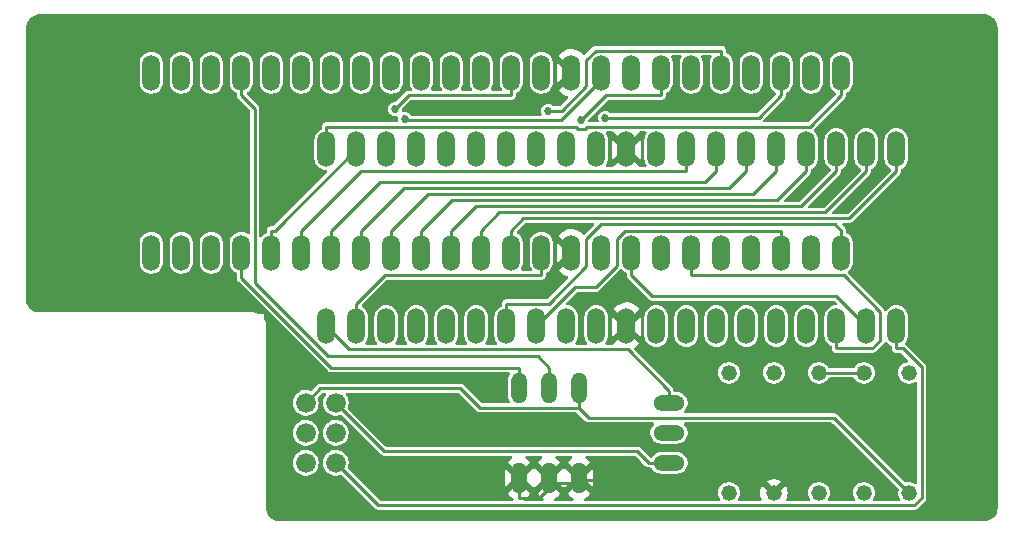
<source format=gtl>
%TF.GenerationSoftware,KiCad,Pcbnew,7.0.8*%
%TF.CreationDate,2023-11-23T12:11:22-06:00*%
%TF.ProjectId,27C160_Adapter,32374331-3630-45f4-9164-61707465722e,rev?*%
%TF.SameCoordinates,Original*%
%TF.FileFunction,Copper,L1,Top*%
%TF.FilePolarity,Positive*%
%FSLAX46Y46*%
G04 Gerber Fmt 4.6, Leading zero omitted, Abs format (unit mm)*
G04 Created by KiCad (PCBNEW 7.0.8) date 2023-11-23 12:11:22*
%MOMM*%
%LPD*%
G01*
G04 APERTURE LIST*
%TA.AperFunction,ComponentPad*%
%ADD10O,1.506220X3.014980*%
%TD*%
%TA.AperFunction,ComponentPad*%
%ADD11C,1.320800*%
%TD*%
%TA.AperFunction,ComponentPad*%
%ADD12O,1.320800X2.641600*%
%TD*%
%TA.AperFunction,ComponentPad*%
%ADD13C,1.676400*%
%TD*%
%TA.AperFunction,ComponentPad*%
%ADD14O,2.641600X1.320800*%
%TD*%
%TA.AperFunction,ViaPad*%
%ADD15C,0.685800*%
%TD*%
%TA.AperFunction,Conductor*%
%ADD16C,0.254000*%
%TD*%
G04 APERTURE END LIST*
D10*
%TO.P,U1,40,VCC*%
%TO.N,VCC*%
X132830000Y-94950000D03*
%TO.P,U1,39,A17*%
%TO.N,/A17*%
X135370000Y-94950000D03*
%TO.P,U1,38,A16*%
%TO.N,/A16*%
X137910000Y-94950000D03*
%TO.P,U1,37,A15*%
%TO.N,/A15*%
X140450000Y-94950000D03*
%TO.P,U1,36,A14*%
%TO.N,/A14*%
X142990000Y-94950000D03*
%TO.P,U1,35,A13*%
%TO.N,/A13*%
X145530000Y-94950000D03*
%TO.P,U1,34,A12*%
%TO.N,/A12*%
X148070000Y-94950000D03*
%TO.P,U1,33,A11*%
%TO.N,/A11*%
X150610000Y-94950000D03*
%TO.P,U1,32,A10*%
%TO.N,/A10*%
X153150000Y-94950000D03*
%TO.P,U1,31,A9*%
%TO.N,/A9*%
X155690000Y-94950000D03*
%TO.P,U1,30,GND*%
%TO.N,GND*%
X158230000Y-94950000D03*
%TO.P,U1,29,A8*%
%TO.N,/A8*%
X160770000Y-94950000D03*
%TO.P,U1,28,A7*%
%TO.N,/A7*%
X163310000Y-94950000D03*
%TO.P,U1,27,A6*%
%TO.N,/A6*%
X165850000Y-94950000D03*
%TO.P,U1,26,A5*%
%TO.N,/A5*%
X168390000Y-94950000D03*
%TO.P,U1,25,A4*%
%TO.N,/A4*%
X170930000Y-94950000D03*
%TO.P,U1,24,A3*%
%TO.N,/A3*%
X173470000Y-94950000D03*
%TO.P,U1,23,A2*%
%TO.N,/A2*%
X176010000Y-94950000D03*
%TO.P,U1,22,A1*%
%TO.N,/A1*%
X178550000Y-94950000D03*
%TO.P,U1,21,A0*%
%TO.N,/A0*%
X181090000Y-94950000D03*
%TO.P,U1,20,/G*%
%TO.N,/N$5*%
X181090000Y-109936000D03*
%TO.P,U1,19,D0*%
%TO.N,/D0*%
X178550000Y-109936000D03*
%TO.P,U1,18,D1*%
%TO.N,/D1*%
X176010000Y-109936000D03*
%TO.P,U1,17,D2*%
%TO.N,/D2*%
X173470000Y-109936000D03*
%TO.P,U1,16,D3*%
%TO.N,/D3*%
X170930000Y-109936000D03*
%TO.P,U1,15,D4*%
%TO.N,/D4*%
X168390000Y-109936000D03*
%TO.P,U1,14,D5*%
%TO.N,/D5*%
X165850000Y-109936000D03*
%TO.P,U1,13,D6*%
%TO.N,/D6*%
X163310000Y-109936000D03*
%TO.P,U1,12,D7*%
%TO.N,/D7*%
X160770000Y-109936000D03*
%TO.P,U1,11,GND*%
%TO.N,GND*%
X158230000Y-109936000D03*
%TO.P,U1,10,D8*%
%TO.N,/D8*%
X155690000Y-109936000D03*
%TO.P,U1,9,D9*%
%TO.N,/D9*%
X153150000Y-109936000D03*
%TO.P,U1,8,D10*%
%TO.N,/D10*%
X150610000Y-109936000D03*
%TO.P,U1,7,D11*%
%TO.N,/D11*%
X148070000Y-109936000D03*
%TO.P,U1,6,D12*%
%TO.N,/D12*%
X145530000Y-109936000D03*
%TO.P,U1,5,D13*%
%TO.N,/D13*%
X142990000Y-109936000D03*
%TO.P,U1,4,D14*%
%TO.N,/D14*%
X140450000Y-109936000D03*
%TO.P,U1,3,D15*%
%TO.N,/D15*%
X137910000Y-109936000D03*
%TO.P,U1,2,/CE*%
%TO.N,/E*%
X135370000Y-109936000D03*
%TO.P,U1,1,VPP*%
%TO.N,/VPP*%
X132830000Y-109936000D03*
%TD*%
D11*
%TO.P,R1,1,1*%
%TO.N,/A20*%
X182156000Y-124054000D03*
%TO.P,R1,2,2*%
%TO.N,VCC*%
X182156000Y-113894000D03*
%TD*%
%TO.P,R2,1,1*%
%TO.N,/A19*%
X178346000Y-124054000D03*
%TO.P,R2,2,2*%
%TO.N,VCC*%
X178346000Y-113894000D03*
%TD*%
D12*
%TO.P,SW2,1,1*%
%TO.N,GND*%
X149136000Y-122784000D03*
%TO.P,SW2,2,2*%
X151676000Y-122784000D03*
%TO.P,SW2,3,3*%
X154216000Y-122784000D03*
%TO.P,SW2,4,4*%
%TO.N,/A20*%
X154216000Y-115164000D03*
%TO.P,SW2,5,5*%
%TO.N,/A19*%
X151676000Y-115164000D03*
%TO.P,SW2,6,6*%
%TO.N,/A18*%
X149136000Y-115164000D03*
%TD*%
D11*
%TO.P,R3,1,1*%
%TO.N,/A18*%
X174536000Y-124054000D03*
%TO.P,R3,2,2*%
%TO.N,VCC*%
X174536000Y-113894000D03*
%TD*%
D13*
%TO.P,SW1,1,O*%
%TO.N,/VPP*%
X131086000Y-121514000D03*
%TO.P,SW1,2,P*%
%TO.N,/N$2*%
X131086000Y-118974000D03*
%TO.P,SW1,3,S*%
%TO.N,/A20*%
X131086000Y-116434000D03*
%TO.P,SW1,4,O1*%
%TO.N,/N$5*%
X133626000Y-121514000D03*
%TO.P,SW1,5,P1*%
%TO.N,/N$6*%
X133626000Y-118974000D03*
%TO.P,SW1,6,S1*%
%TO.N,/N$4*%
X133626000Y-116434000D03*
%TD*%
D11*
%TO.P,R4,1,1*%
%TO.N,GND*%
X170726000Y-124054000D03*
%TO.P,R4,2,2*%
%TO.N,/N$4*%
X170726000Y-113894000D03*
%TD*%
%TO.P,R5,1,1*%
%TO.N,VCC*%
X166916000Y-124054000D03*
%TO.P,R5,2,2*%
%TO.N,/N$1*%
X166916000Y-113894000D03*
%TD*%
D14*
%TO.P,Q1,B,B*%
%TO.N,/N$1*%
X161836000Y-118974000D03*
%TO.P,Q1,C,C*%
%TO.N,/N$4*%
X161836000Y-121514000D03*
%TO.P,Q1,E,E*%
%TO.N,/VPP*%
X161836000Y-116434000D03*
%TD*%
D10*
%TO.P,ZX1,48,48*%
%TO.N,unconnected-(ZX1-Pad48)*%
X118021000Y-88493600D03*
%TO.P,ZX1,47,47*%
%TO.N,unconnected-(ZX1-Pad47)*%
X120561000Y-88493600D03*
%TO.P,ZX1,46,46*%
%TO.N,unconnected-(ZX1-Pad46)*%
X123101000Y-88493600D03*
%TO.P,ZX1,45,45*%
%TO.N,/A19*%
X125641000Y-88493600D03*
%TO.P,ZX1,44,44*%
%TO.N,/A8*%
X128181000Y-88493600D03*
%TO.P,ZX1,43,43*%
%TO.N,/A9*%
X130721000Y-88493600D03*
%TO.P,ZX1,42,42*%
%TO.N,/A10*%
X133261000Y-88493600D03*
%TO.P,ZX1,41,41*%
%TO.N,/A11*%
X135801000Y-88493600D03*
%TO.P,ZX1,40,40*%
%TO.N,/A12*%
X138341000Y-88493600D03*
%TO.P,ZX1,39,39*%
%TO.N,/A13*%
X140881000Y-88493600D03*
%TO.P,ZX1,38,38*%
%TO.N,/A14*%
X143421000Y-88493600D03*
%TO.P,ZX1,37,37*%
%TO.N,/A15*%
X145961000Y-88493600D03*
%TO.P,ZX1,36,36*%
%TO.N,/A16*%
X148501000Y-88493600D03*
%TO.P,ZX1,35,35*%
%TO.N,/N$2*%
X151041000Y-88493600D03*
%TO.P,ZX1,34,34*%
%TO.N,GND*%
X153581000Y-88493600D03*
%TO.P,ZX1,33,33*%
%TO.N,/D15*%
X156121000Y-88493600D03*
%TO.P,ZX1,32,32*%
%TO.N,/D7*%
X158661000Y-88493600D03*
%TO.P,ZX1,31,31*%
%TO.N,/D14*%
X161201000Y-88493600D03*
%TO.P,ZX1,30,30*%
%TO.N,/D6*%
X163741000Y-88493600D03*
%TO.P,ZX1,29,29*%
%TO.N,/D13*%
X166281000Y-88493600D03*
%TO.P,ZX1,28,28*%
%TO.N,/D5*%
X168821000Y-88493600D03*
%TO.P,ZX1,27,27*%
%TO.N,/D12*%
X171361000Y-88493600D03*
%TO.P,ZX1,26,26*%
%TO.N,/D4*%
X173901000Y-88493600D03*
%TO.P,ZX1,25,25*%
%TO.N,VCC*%
X176441000Y-88493600D03*
%TO.P,ZX1,24,24*%
%TO.N,/D11*%
X176441000Y-103733600D03*
%TO.P,ZX1,23,23*%
%TO.N,/D3*%
X173901000Y-103733600D03*
%TO.P,ZX1,22,22*%
%TO.N,/D10*%
X171361000Y-103733600D03*
%TO.P,ZX1,21,21*%
%TO.N,/D2*%
X168821000Y-103733600D03*
%TO.P,ZX1,20,20*%
%TO.N,/D9*%
X166281000Y-103733600D03*
%TO.P,ZX1,19,19*%
%TO.N,/D1*%
X163741000Y-103733600D03*
%TO.P,ZX1,18,18*%
%TO.N,/D8*%
X161201000Y-103733600D03*
%TO.P,ZX1,17,17*%
%TO.N,/D0*%
X158661000Y-103733600D03*
%TO.P,ZX1,16,16*%
%TO.N,/N$6*%
X156121000Y-103733600D03*
%TO.P,ZX1,15,15*%
%TO.N,GND*%
X153581000Y-103733600D03*
%TO.P,ZX1,14,14*%
%TO.N,/E*%
X151041000Y-103733600D03*
%TO.P,ZX1,13,13*%
%TO.N,/A0*%
X148501000Y-103733600D03*
%TO.P,ZX1,12,12*%
%TO.N,/A1*%
X145961000Y-103733600D03*
%TO.P,ZX1,11,11*%
%TO.N,/A2*%
X143421000Y-103733600D03*
%TO.P,ZX1,10,10*%
%TO.N,/A3*%
X140881000Y-103733600D03*
%TO.P,ZX1,9,9*%
%TO.N,/A4*%
X138341000Y-103733600D03*
%TO.P,ZX1,8,8*%
%TO.N,/A5*%
X135801000Y-103733600D03*
%TO.P,ZX1,7,7*%
%TO.N,/A6*%
X133261000Y-103733600D03*
%TO.P,ZX1,6,6*%
%TO.N,/A7*%
X130721000Y-103733600D03*
%TO.P,ZX1,5,5*%
%TO.N,/A17*%
X128181000Y-103733600D03*
%TO.P,ZX1,4,4*%
%TO.N,/A18*%
X125641000Y-103733600D03*
%TO.P,ZX1,3,3*%
%TO.N,unconnected-(ZX1-Pad3)*%
X123101000Y-103733600D03*
%TO.P,ZX1,2,2*%
%TO.N,unconnected-(ZX1-Pad2)*%
X120561000Y-103733600D03*
%TO.P,ZX1,1,1*%
%TO.N,unconnected-(ZX1-Pad1)*%
X118021000Y-103733600D03*
%TD*%
D15*
%TO.N,/A16*%
X138651900Y-91556000D03*
%TO.N,/D12*%
X156445500Y-92305700D03*
%TO.N,/D13*%
X151611000Y-91722900D03*
%TO.N,/D14*%
X154414600Y-92486500D03*
%TO.N,/D15*%
X139472400Y-92375500D03*
%TD*%
D16*
%TO.N,/A17*%
X128476800Y-101843200D02*
X135370000Y-94950000D01*
X128181000Y-101843200D02*
X128476800Y-101843200D01*
X128181000Y-103733600D02*
X128181000Y-101843200D01*
%TO.N,/A16*%
X148501000Y-88493600D02*
X148501000Y-90384000D01*
X139823900Y-90384000D02*
X138651900Y-91556000D01*
X148501000Y-90384000D02*
X139823900Y-90384000D01*
%TO.N,/A7*%
X130721000Y-103733600D02*
X130721000Y-101843200D01*
X163310000Y-94950000D02*
X163310000Y-96840400D01*
X135723800Y-96840400D02*
X163310000Y-96840400D01*
X130721000Y-101843200D02*
X135723800Y-96840400D01*
%TO.N,/A6*%
X165850000Y-94950000D02*
X165850000Y-96840400D01*
X133261000Y-103733600D02*
X133261000Y-101843200D01*
X137341700Y-97762500D02*
X133261000Y-101843200D01*
X164927900Y-97762500D02*
X137341700Y-97762500D01*
X165850000Y-96840400D02*
X164927900Y-97762500D01*
%TO.N,/A5*%
X168390000Y-94950000D02*
X168390000Y-96840400D01*
X135801000Y-103733600D02*
X135801000Y-101843200D01*
X139371800Y-98272400D02*
X135801000Y-101843200D01*
X166958000Y-98272400D02*
X139371800Y-98272400D01*
X168390000Y-96840400D02*
X166958000Y-98272400D01*
%TO.N,/A4*%
X170930000Y-94950000D02*
X170930000Y-96840400D01*
X138341000Y-103733600D02*
X138341000Y-101843200D01*
X141401900Y-98782300D02*
X138341000Y-101843200D01*
X168988100Y-98782300D02*
X141401900Y-98782300D01*
X170930000Y-96840400D02*
X168988100Y-98782300D01*
%TO.N,/A3*%
X171018200Y-99292200D02*
X173470000Y-96840400D01*
X143432000Y-99292200D02*
X171018200Y-99292200D01*
X140881000Y-101843200D02*
X143432000Y-99292200D01*
X140881000Y-103733600D02*
X140881000Y-101843200D01*
X173470000Y-94950000D02*
X173470000Y-96840400D01*
%TO.N,/A2*%
X176010000Y-94950000D02*
X176010000Y-96840400D01*
X143421000Y-103733600D02*
X143421000Y-101843200D01*
X173048200Y-99802200D02*
X176010000Y-96840400D01*
X145462000Y-99802200D02*
X173048200Y-99802200D01*
X143421000Y-101843200D02*
X145462000Y-99802200D01*
%TO.N,/A1*%
X178550000Y-94950000D02*
X178550000Y-96840400D01*
X145961000Y-103733600D02*
X145961000Y-101843200D01*
X175076900Y-100313500D02*
X178550000Y-96840400D01*
X147490700Y-100313500D02*
X175076900Y-100313500D01*
X145961000Y-101843200D02*
X147490700Y-100313500D01*
%TO.N,/A0*%
X181090000Y-94950000D02*
X181090000Y-96840400D01*
X148501000Y-103733600D02*
X148501000Y-101843200D01*
X177107000Y-100823400D02*
X181090000Y-96840400D01*
X149520800Y-100823400D02*
X177107000Y-100823400D01*
X148501000Y-101843200D02*
X149520800Y-100823400D01*
%TO.N,/D0*%
X176019300Y-107405300D02*
X178550000Y-109936000D01*
X160442300Y-107405300D02*
X176019300Y-107405300D01*
X158661000Y-105624000D02*
X160442300Y-107405300D01*
X158661000Y-103733600D02*
X158661000Y-105624000D01*
%TO.N,/D1*%
X179050200Y-111826400D02*
X176010000Y-111826400D01*
X179712300Y-111164300D02*
X179050200Y-111826400D01*
X179712300Y-108710300D02*
X179712300Y-111164300D01*
X176626000Y-105624000D02*
X179712300Y-108710300D01*
X163741000Y-105624000D02*
X176626000Y-105624000D01*
X163741000Y-103733600D02*
X163741000Y-105624000D01*
X176010000Y-109936000D02*
X176010000Y-111826400D01*
%TO.N,/D10*%
X153900500Y-106645500D02*
X150610000Y-109936000D01*
X155630000Y-106645500D02*
X153900500Y-106645500D01*
X157446200Y-104829300D02*
X155630000Y-106645500D01*
X157446200Y-102529700D02*
X157446200Y-104829300D01*
X158132700Y-101843200D02*
X157446200Y-102529700D01*
X171361000Y-101843200D02*
X158132700Y-101843200D01*
X171361000Y-103733600D02*
X171361000Y-101843200D01*
%TO.N,/D11*%
X176441000Y-103733600D02*
X176441000Y-101843200D01*
X148070000Y-109936000D02*
X148070000Y-108045600D01*
X175931100Y-101333300D02*
X176441000Y-101843200D01*
X156107400Y-101333300D02*
X175931100Y-101333300D01*
X154851000Y-102589700D02*
X156107400Y-101333300D01*
X154851000Y-104880900D02*
X154851000Y-102589700D01*
X151686300Y-108045600D02*
X154851000Y-104880900D01*
X148070000Y-108045600D02*
X151686300Y-108045600D01*
%TO.N,/D12*%
X171361000Y-88493600D02*
X171361000Y-90384000D01*
X169439300Y-92305700D02*
X156445500Y-92305700D01*
X171361000Y-90384000D02*
X169439300Y-92305700D01*
%TO.N,/D13*%
X166281000Y-88493600D02*
X166281000Y-86603200D01*
X152765900Y-91722900D02*
X151611000Y-91722900D01*
X154851000Y-89637800D02*
X152765900Y-91722900D01*
X154851000Y-87389600D02*
X154851000Y-89637800D01*
X155637400Y-86603200D02*
X154851000Y-87389600D01*
X166281000Y-86603200D02*
X155637400Y-86603200D01*
%TO.N,/D14*%
X156517100Y-90384000D02*
X154414600Y-92486500D01*
X161201000Y-90384000D02*
X156517100Y-90384000D01*
X161201000Y-88493600D02*
X161201000Y-90384000D01*
%TO.N,/D15*%
X156121000Y-89114000D02*
X156121000Y-88493600D01*
X152734800Y-92500200D02*
X156121000Y-89114000D01*
X139597100Y-92500200D02*
X152734800Y-92500200D01*
X139472400Y-92375500D02*
X139597100Y-92500200D01*
%TO.N,/E*%
X137791600Y-105624000D02*
X135370000Y-108045600D01*
X151041000Y-105624000D02*
X137791600Y-105624000D01*
X151041000Y-103733600D02*
X151041000Y-105624000D01*
X135370000Y-109936000D02*
X135370000Y-108045600D01*
%TO.N,/N$5*%
X181644000Y-111826400D02*
X181090000Y-111826400D01*
X183239300Y-113421700D02*
X181644000Y-111826400D01*
X183239300Y-124482000D02*
X183239300Y-113421700D01*
X182616800Y-125104500D02*
X183239300Y-124482000D01*
X137216500Y-125104500D02*
X182616800Y-125104500D01*
X133626000Y-121514000D02*
X137216500Y-125104500D01*
X181090000Y-109936000D02*
X181090000Y-111826400D01*
%TO.N,/A18*%
X125641000Y-103733600D02*
X125641000Y-105624000D01*
X149136000Y-115164000D02*
X149136000Y-113460300D01*
X133238600Y-113460300D02*
X149136000Y-113460300D01*
X125641000Y-105862700D02*
X133238600Y-113460300D01*
X125641000Y-105624000D02*
X125641000Y-105862700D01*
%TO.N,/A19*%
X150711100Y-112495400D02*
X151676000Y-113460300D01*
X133012700Y-112495400D02*
X150711100Y-112495400D01*
X126777000Y-106259700D02*
X133012700Y-112495400D01*
X126777000Y-91520000D02*
X126777000Y-106259700D01*
X125641000Y-90384000D02*
X126777000Y-91520000D01*
X125641000Y-88493600D02*
X125641000Y-90384000D01*
X151676000Y-115164000D02*
X151676000Y-113460300D01*
%TO.N,/A20*%
X154216000Y-115164000D02*
X154216000Y-116867700D01*
X155052300Y-117704000D02*
X154216000Y-116867700D01*
X175806000Y-117704000D02*
X155052300Y-117704000D01*
X182156000Y-124054000D02*
X175806000Y-117704000D01*
X145853700Y-116867700D02*
X154216000Y-116867700D01*
X144173900Y-115187900D02*
X145853700Y-116867700D01*
X132332100Y-115187900D02*
X144173900Y-115187900D01*
X131086000Y-116434000D02*
X132332100Y-115187900D01*
%TO.N,/VPP*%
X134784100Y-111890100D02*
X132830000Y-109936000D01*
X158335400Y-111890100D02*
X134784100Y-111890100D01*
X161836000Y-115390700D02*
X158335400Y-111890100D01*
X161836000Y-116434000D02*
X161836000Y-115390700D01*
%TO.N,/N$4*%
X137714900Y-120522900D02*
X133626000Y-116434000D01*
X159141200Y-120522900D02*
X137714900Y-120522900D01*
X160132300Y-121514000D02*
X159141200Y-120522900D01*
X161836000Y-121514000D02*
X160132300Y-121514000D01*
%TO.N,VCC*%
X174536000Y-113894000D02*
X178346000Y-113894000D01*
X132830000Y-94950000D02*
X132830000Y-93059600D01*
X176441000Y-88493600D02*
X176441000Y-90384000D01*
X173765400Y-93059600D02*
X176441000Y-90384000D01*
X154868000Y-93059600D02*
X173765400Y-93059600D01*
X154715300Y-93212300D02*
X154868000Y-93059600D01*
X154114000Y-93212300D02*
X154715300Y-93212300D01*
X153961300Y-93059600D02*
X154114000Y-93212300D01*
X139814800Y-93059600D02*
X153961300Y-93059600D01*
X139773100Y-93101300D02*
X139814800Y-93059600D01*
X139171800Y-93101300D02*
X139773100Y-93101300D01*
X139130100Y-93059600D02*
X139171800Y-93101300D01*
X132830000Y-93059600D02*
X139130100Y-93059600D01*
%TO.N,GND*%
X149136000Y-122784000D02*
X149136000Y-124487700D01*
X151676000Y-123209900D02*
X154216000Y-123209900D01*
X151676000Y-122784000D02*
X151676000Y-123209900D01*
X151676000Y-123209900D02*
X151676000Y-123635800D01*
X150824100Y-124487700D02*
X149136000Y-124487700D01*
X151676000Y-123635800D02*
X150824100Y-124487700D01*
X154216000Y-122784000D02*
X154216000Y-122996900D01*
X154216000Y-122996900D02*
X154216000Y-123209900D01*
X169668900Y-122996900D02*
X170726000Y-124054000D01*
X154216000Y-122996900D02*
X169668900Y-122996900D01*
%TD*%
%TA.AperFunction,Conductor*%
%TO.N,GND*%
G36*
X151284673Y-122911150D02*
G01*
X151343117Y-123025854D01*
X151434146Y-123116883D01*
X151548850Y-123175327D01*
X151626005Y-123187547D01*
X150715507Y-124098044D01*
X150814781Y-124229507D01*
X150973706Y-124374385D01*
X150973708Y-124374387D01*
X151156544Y-124487594D01*
X151157361Y-124488001D01*
X151157682Y-124488298D01*
X151161423Y-124490615D01*
X151160969Y-124491346D01*
X151208597Y-124535506D01*
X151226016Y-124603169D01*
X151204088Y-124669509D01*
X151149776Y-124713463D01*
X151102086Y-124723000D01*
X149709914Y-124723000D01*
X149642875Y-124703315D01*
X149597120Y-124650511D01*
X149587176Y-124581353D01*
X149616201Y-124517797D01*
X149650800Y-124490976D01*
X149650577Y-124490615D01*
X149654004Y-124488492D01*
X149654639Y-124488001D01*
X149655455Y-124487594D01*
X149838291Y-124374387D01*
X149838293Y-124374385D01*
X149997220Y-124229505D01*
X149997220Y-124229504D01*
X150096491Y-124098044D01*
X149185994Y-123187547D01*
X149263150Y-123175327D01*
X149377854Y-123116883D01*
X149468883Y-123025854D01*
X149527327Y-122911150D01*
X149539547Y-122833995D01*
X150288527Y-123582975D01*
X150327905Y-123568758D01*
X150365114Y-123542104D01*
X150434895Y-123538584D01*
X150493282Y-123572076D01*
X150523469Y-123582976D01*
X151272452Y-122833994D01*
X151284673Y-122911150D01*
G37*
%TD.AperFunction*%
%TA.AperFunction,Conductor*%
G36*
X153824673Y-122911150D02*
G01*
X153883117Y-123025854D01*
X153974146Y-123116883D01*
X154088850Y-123175327D01*
X154166005Y-123187547D01*
X153255507Y-124098044D01*
X153354781Y-124229507D01*
X153513706Y-124374385D01*
X153513708Y-124374387D01*
X153696544Y-124487594D01*
X153697361Y-124488001D01*
X153697682Y-124488298D01*
X153701423Y-124490615D01*
X153700969Y-124491346D01*
X153748597Y-124535506D01*
X153766016Y-124603169D01*
X153744088Y-124669509D01*
X153689776Y-124713463D01*
X153642086Y-124723000D01*
X152249914Y-124723000D01*
X152182875Y-124703315D01*
X152137120Y-124650511D01*
X152127176Y-124581353D01*
X152156201Y-124517797D01*
X152190800Y-124490976D01*
X152190577Y-124490615D01*
X152194004Y-124488492D01*
X152194639Y-124488001D01*
X152195455Y-124487594D01*
X152378291Y-124374387D01*
X152378293Y-124374385D01*
X152537220Y-124229505D01*
X152537220Y-124229504D01*
X152636491Y-124098044D01*
X151725994Y-123187547D01*
X151803150Y-123175327D01*
X151917854Y-123116883D01*
X152008883Y-123025854D01*
X152067327Y-122911150D01*
X152079547Y-122833995D01*
X152828527Y-123582975D01*
X152867905Y-123568758D01*
X152905114Y-123542104D01*
X152974895Y-123538584D01*
X153033282Y-123572076D01*
X153063469Y-123582976D01*
X153812452Y-122833994D01*
X153824673Y-122911150D01*
G37*
%TD.AperFunction*%
%TA.AperFunction,Conductor*%
G36*
X144031555Y-115589085D02*
G01*
X144052196Y-115605718D01*
X144811603Y-116365126D01*
X145546865Y-117100388D01*
X145562993Y-117120248D01*
X145569138Y-117129654D01*
X145569139Y-117129655D01*
X145569140Y-117129656D01*
X145597644Y-117151841D01*
X145603401Y-117156924D01*
X145606291Y-117159814D01*
X145625600Y-117173600D01*
X145669615Y-117207858D01*
X145669622Y-117207860D01*
X145676652Y-117211665D01*
X145683825Y-117215171D01*
X145683830Y-117215175D01*
X145719467Y-117225784D01*
X145737285Y-117231089D01*
X145750696Y-117235693D01*
X145790039Y-117249200D01*
X145790040Y-117249200D01*
X145797919Y-117250515D01*
X145805858Y-117251504D01*
X145805859Y-117251505D01*
X145805859Y-117251504D01*
X145805860Y-117251505D01*
X145833721Y-117250352D01*
X145861584Y-117249200D01*
X154006616Y-117249200D01*
X154073655Y-117268885D01*
X154094297Y-117285519D01*
X154745465Y-117936688D01*
X154761593Y-117956548D01*
X154767738Y-117965954D01*
X154767739Y-117965955D01*
X154767740Y-117965956D01*
X154796244Y-117988141D01*
X154802001Y-117993224D01*
X154804891Y-117996114D01*
X154824200Y-118009900D01*
X154868215Y-118044158D01*
X154868222Y-118044160D01*
X154875252Y-118047965D01*
X154882425Y-118051471D01*
X154882430Y-118051475D01*
X154918067Y-118062084D01*
X154935885Y-118067389D01*
X154962262Y-118076444D01*
X154988639Y-118085500D01*
X154988640Y-118085500D01*
X154996519Y-118086815D01*
X155004458Y-118087804D01*
X155004459Y-118087805D01*
X155004459Y-118087804D01*
X155004460Y-118087805D01*
X155037265Y-118086448D01*
X155060184Y-118085500D01*
X160472050Y-118085500D01*
X160539089Y-118105185D01*
X160584844Y-118157989D01*
X160594788Y-118227147D01*
X160565763Y-118290703D01*
X160555022Y-118301650D01*
X160491955Y-118358434D01*
X160491950Y-118358441D01*
X160378911Y-118514025D01*
X160378908Y-118514030D01*
X160300686Y-118689717D01*
X160300684Y-118689723D01*
X160260700Y-118877840D01*
X160260700Y-119070159D01*
X160300684Y-119258276D01*
X160300686Y-119258282D01*
X160378908Y-119433969D01*
X160378911Y-119433974D01*
X160454270Y-119537696D01*
X160491951Y-119589560D01*
X160634873Y-119718247D01*
X160801427Y-119814407D01*
X160801429Y-119814407D01*
X160801432Y-119814409D01*
X160892880Y-119844122D01*
X160984334Y-119873837D01*
X161127648Y-119888900D01*
X161127653Y-119888900D01*
X162544347Y-119888900D01*
X162544352Y-119888900D01*
X162687666Y-119873837D01*
X162870573Y-119814407D01*
X163037127Y-119718247D01*
X163180049Y-119589560D01*
X163293091Y-119433970D01*
X163371315Y-119258277D01*
X163411300Y-119070160D01*
X163411300Y-118877840D01*
X163371315Y-118689723D01*
X163371313Y-118689717D01*
X163293091Y-118514030D01*
X163293088Y-118514025D01*
X163207557Y-118396302D01*
X163180049Y-118358440D01*
X163180046Y-118358438D01*
X163180044Y-118358434D01*
X163116978Y-118301650D01*
X163080329Y-118242164D01*
X163081659Y-118172307D01*
X163120546Y-118114258D01*
X163184643Y-118086448D01*
X163199950Y-118085500D01*
X175596616Y-118085500D01*
X175663655Y-118105185D01*
X175684297Y-118121819D01*
X181243888Y-123681411D01*
X181277373Y-123742734D01*
X181274139Y-123807408D01*
X181256163Y-123862732D01*
X181236060Y-124054000D01*
X181256163Y-124245268D01*
X181256164Y-124245270D01*
X181315590Y-124428167D01*
X181315593Y-124428173D01*
X181378424Y-124537000D01*
X181394897Y-124604901D01*
X181372044Y-124670927D01*
X181317123Y-124714118D01*
X181271037Y-124723000D01*
X179230963Y-124723000D01*
X179163924Y-124703315D01*
X179118169Y-124650511D01*
X179108225Y-124581353D01*
X179123576Y-124537000D01*
X179149934Y-124491346D01*
X179186407Y-124428173D01*
X179245837Y-124245266D01*
X179265940Y-124054000D01*
X179245837Y-123862734D01*
X179186407Y-123679827D01*
X179090247Y-123513273D01*
X179076532Y-123498041D01*
X178961564Y-123370355D01*
X178961562Y-123370353D01*
X178961560Y-123370351D01*
X178881772Y-123312382D01*
X178805974Y-123257311D01*
X178805969Y-123257308D01*
X178630282Y-123179086D01*
X178630276Y-123179084D01*
X178482144Y-123147598D01*
X178442160Y-123139100D01*
X178249840Y-123139100D01*
X178216864Y-123146108D01*
X178061723Y-123179084D01*
X178061717Y-123179086D01*
X177886030Y-123257308D01*
X177886025Y-123257311D01*
X177730441Y-123370350D01*
X177730435Y-123370355D01*
X177601752Y-123513273D01*
X177505593Y-123679826D01*
X177505590Y-123679832D01*
X177446164Y-123862729D01*
X177446163Y-123862731D01*
X177426060Y-124054000D01*
X177446163Y-124245268D01*
X177446164Y-124245270D01*
X177505590Y-124428167D01*
X177505593Y-124428173D01*
X177568424Y-124537000D01*
X177584897Y-124604901D01*
X177562044Y-124670927D01*
X177507123Y-124714118D01*
X177461037Y-124723000D01*
X175420963Y-124723000D01*
X175353924Y-124703315D01*
X175308169Y-124650511D01*
X175298225Y-124581353D01*
X175313576Y-124537000D01*
X175339934Y-124491346D01*
X175376407Y-124428173D01*
X175435837Y-124245266D01*
X175455940Y-124054000D01*
X175435837Y-123862734D01*
X175376407Y-123679827D01*
X175280247Y-123513273D01*
X175266532Y-123498041D01*
X175151564Y-123370355D01*
X175151562Y-123370353D01*
X175151560Y-123370351D01*
X175071772Y-123312382D01*
X174995974Y-123257311D01*
X174995969Y-123257308D01*
X174820282Y-123179086D01*
X174820276Y-123179084D01*
X174672144Y-123147598D01*
X174632160Y-123139100D01*
X174439840Y-123139100D01*
X174406864Y-123146108D01*
X174251723Y-123179084D01*
X174251717Y-123179086D01*
X174076030Y-123257308D01*
X174076025Y-123257311D01*
X173920441Y-123370350D01*
X173920435Y-123370355D01*
X173791752Y-123513273D01*
X173695593Y-123679826D01*
X173695590Y-123679832D01*
X173636164Y-123862729D01*
X173636163Y-123862731D01*
X173616060Y-124054000D01*
X173636163Y-124245268D01*
X173636164Y-124245270D01*
X173695590Y-124428167D01*
X173695593Y-124428173D01*
X173758424Y-124537000D01*
X173774897Y-124604901D01*
X173752044Y-124670927D01*
X173697123Y-124714118D01*
X173651037Y-124723000D01*
X171889444Y-124723000D01*
X171822405Y-124703315D01*
X171776650Y-124650511D01*
X171766706Y-124581353D01*
X171778444Y-124543728D01*
X171812674Y-124474984D01*
X171871528Y-124268131D01*
X171891370Y-124054000D01*
X171871528Y-123839868D01*
X171812674Y-123633015D01*
X171716816Y-123440508D01*
X171706587Y-123426964D01*
X171129547Y-124004004D01*
X171117327Y-123926850D01*
X171058883Y-123812146D01*
X170967854Y-123721117D01*
X170853150Y-123662673D01*
X170775994Y-123650452D01*
X171350561Y-123075884D01*
X171350560Y-123075883D01*
X171245454Y-123010804D01*
X171245448Y-123010802D01*
X171044916Y-122933116D01*
X170833525Y-122893600D01*
X170618475Y-122893600D01*
X170407083Y-122933116D01*
X170407082Y-122933116D01*
X170206552Y-123010801D01*
X170101437Y-123075884D01*
X170676006Y-123650452D01*
X170598850Y-123662673D01*
X170484146Y-123721117D01*
X170393117Y-123812146D01*
X170334673Y-123926850D01*
X170322452Y-124004006D01*
X169745411Y-123426965D01*
X169745410Y-123426965D01*
X169735182Y-123440510D01*
X169639325Y-123633015D01*
X169580471Y-123839868D01*
X169560629Y-124054000D01*
X169580471Y-124268131D01*
X169639325Y-124474984D01*
X169673556Y-124543728D01*
X169685818Y-124612513D01*
X169658944Y-124677008D01*
X169601469Y-124716736D01*
X169562556Y-124723000D01*
X167800963Y-124723000D01*
X167733924Y-124703315D01*
X167688169Y-124650511D01*
X167678225Y-124581353D01*
X167693576Y-124537000D01*
X167719934Y-124491346D01*
X167756407Y-124428173D01*
X167815837Y-124245266D01*
X167835940Y-124054000D01*
X167815837Y-123862734D01*
X167756407Y-123679827D01*
X167660247Y-123513273D01*
X167646532Y-123498041D01*
X167531564Y-123370355D01*
X167531562Y-123370353D01*
X167531560Y-123370351D01*
X167451772Y-123312382D01*
X167375974Y-123257311D01*
X167375969Y-123257308D01*
X167200282Y-123179086D01*
X167200276Y-123179084D01*
X167052144Y-123147598D01*
X167012160Y-123139100D01*
X166819840Y-123139100D01*
X166786864Y-123146108D01*
X166631723Y-123179084D01*
X166631717Y-123179086D01*
X166456030Y-123257308D01*
X166456025Y-123257311D01*
X166300441Y-123370350D01*
X166300435Y-123370355D01*
X166171752Y-123513273D01*
X166075593Y-123679826D01*
X166075590Y-123679832D01*
X166016164Y-123862729D01*
X166016163Y-123862731D01*
X165996060Y-124054000D01*
X166016163Y-124245268D01*
X166016164Y-124245270D01*
X166075590Y-124428167D01*
X166075593Y-124428173D01*
X166138424Y-124537000D01*
X166154897Y-124604901D01*
X166132044Y-124670927D01*
X166077123Y-124714118D01*
X166031037Y-124723000D01*
X154789914Y-124723000D01*
X154722875Y-124703315D01*
X154677120Y-124650511D01*
X154667176Y-124581353D01*
X154696201Y-124517797D01*
X154730800Y-124490976D01*
X154730577Y-124490615D01*
X154734004Y-124488492D01*
X154734639Y-124488001D01*
X154735455Y-124487594D01*
X154918291Y-124374387D01*
X154918293Y-124374385D01*
X155077220Y-124229505D01*
X155077220Y-124229504D01*
X155176491Y-124098044D01*
X154265994Y-123187547D01*
X154343150Y-123175327D01*
X154457854Y-123116883D01*
X154548883Y-123025854D01*
X154607327Y-122911150D01*
X154619547Y-122833994D01*
X155368527Y-123582975D01*
X155368529Y-123582975D01*
X155376400Y-123498041D01*
X155376400Y-122069958D01*
X155368528Y-121985023D01*
X155368527Y-121985023D01*
X154619547Y-122734004D01*
X154607327Y-122656850D01*
X154548883Y-122542146D01*
X154457854Y-122451117D01*
X154343150Y-122392673D01*
X154265995Y-122380452D01*
X155176491Y-121469954D01*
X155077218Y-121338492D01*
X154918293Y-121193614D01*
X154918291Y-121193612D01*
X154821734Y-121133827D01*
X154775098Y-121081799D01*
X154763994Y-121012818D01*
X154791947Y-120948783D01*
X154850082Y-120910027D01*
X154887011Y-120904400D01*
X158931816Y-120904400D01*
X158998855Y-120924085D01*
X159019496Y-120940718D01*
X159496617Y-121417840D01*
X159825465Y-121746688D01*
X159841593Y-121766548D01*
X159847738Y-121775954D01*
X159847739Y-121775955D01*
X159847740Y-121775956D01*
X159876244Y-121798141D01*
X159882001Y-121803224D01*
X159884891Y-121806114D01*
X159904200Y-121819900D01*
X159948215Y-121854158D01*
X159948222Y-121854160D01*
X159955252Y-121857965D01*
X159962425Y-121861471D01*
X159962430Y-121861475D01*
X159998067Y-121872084D01*
X160015885Y-121877389D01*
X160042262Y-121886444D01*
X160068639Y-121895500D01*
X160068640Y-121895500D01*
X160076519Y-121896815D01*
X160084458Y-121897804D01*
X160084459Y-121897805D01*
X160084459Y-121897804D01*
X160084460Y-121897805D01*
X160112321Y-121896652D01*
X160140184Y-121895500D01*
X160263445Y-121895500D01*
X160330484Y-121915185D01*
X160376239Y-121967989D01*
X160376725Y-121969066D01*
X160378907Y-121973967D01*
X160378909Y-121973971D01*
X160419191Y-122029414D01*
X160491951Y-122129560D01*
X160634873Y-122258247D01*
X160801427Y-122354407D01*
X160801429Y-122354407D01*
X160801432Y-122354409D01*
X160872808Y-122377600D01*
X160984334Y-122413837D01*
X161127648Y-122428900D01*
X161127653Y-122428900D01*
X162544347Y-122428900D01*
X162544352Y-122428900D01*
X162687666Y-122413837D01*
X162870573Y-122354407D01*
X163037127Y-122258247D01*
X163180049Y-122129560D01*
X163293091Y-121973970D01*
X163371315Y-121798277D01*
X163411300Y-121610160D01*
X163411300Y-121417840D01*
X163371315Y-121229723D01*
X163371313Y-121229717D01*
X163293091Y-121054030D01*
X163293088Y-121054025D01*
X163188467Y-120910027D01*
X163180049Y-120898440D01*
X163180045Y-120898436D01*
X163180044Y-120898435D01*
X163125244Y-120849094D01*
X163037127Y-120769753D01*
X163037125Y-120769752D01*
X163037126Y-120769752D01*
X162870573Y-120673593D01*
X162870567Y-120673590D01*
X162687670Y-120614164D01*
X162687668Y-120614163D01*
X162646719Y-120609859D01*
X162544352Y-120599100D01*
X161127648Y-120599100D01*
X161038076Y-120608514D01*
X160984331Y-120614163D01*
X160984329Y-120614164D01*
X160801432Y-120673590D01*
X160801426Y-120673593D01*
X160634873Y-120769752D01*
X160491955Y-120898435D01*
X160491953Y-120898437D01*
X160393947Y-121033331D01*
X160338617Y-121075996D01*
X160269003Y-121081975D01*
X160207209Y-121049369D01*
X160205948Y-121048126D01*
X159831415Y-120673593D01*
X159448033Y-120290210D01*
X159431905Y-120270350D01*
X159425760Y-120260944D01*
X159397249Y-120238753D01*
X159391487Y-120233664D01*
X159388609Y-120230786D01*
X159369299Y-120216999D01*
X159347292Y-120199870D01*
X159325286Y-120182742D01*
X159318270Y-120178945D01*
X159311072Y-120175426D01*
X159311070Y-120175425D01*
X159311067Y-120175424D01*
X159257613Y-120159509D01*
X159204862Y-120141399D01*
X159196979Y-120140084D01*
X159189039Y-120139094D01*
X159135367Y-120141315D01*
X159133316Y-120141400D01*
X137924284Y-120141400D01*
X137857245Y-120121715D01*
X137836603Y-120105081D01*
X134681459Y-116949936D01*
X134647974Y-116888613D01*
X134649874Y-116828321D01*
X134659625Y-116794051D01*
X134704696Y-116635643D01*
X134723381Y-116434000D01*
X134714470Y-116337840D01*
X134704696Y-116232357D01*
X134704695Y-116232355D01*
X134695083Y-116198573D01*
X134649277Y-116037580D01*
X134638367Y-116015670D01*
X134567001Y-115872347D01*
X134559012Y-115856303D01*
X134492423Y-115768125D01*
X134467732Y-115702766D01*
X134482297Y-115634431D01*
X134531494Y-115584819D01*
X134591378Y-115569400D01*
X143964516Y-115569400D01*
X144031555Y-115589085D01*
G37*
%TD.AperFunction*%
%TA.AperFunction,Conductor*%
G36*
X157836513Y-105094214D02*
G01*
X157884276Y-105129844D01*
X157945064Y-105203915D01*
X158004716Y-105252870D01*
X158098493Y-105329831D01*
X158213952Y-105391544D01*
X158263797Y-105440506D01*
X158279500Y-105500903D01*
X158279500Y-105571572D01*
X158276861Y-105597020D01*
X158274554Y-105608017D01*
X158279023Y-105643865D01*
X158279500Y-105651541D01*
X158279500Y-105655611D01*
X158279555Y-105655940D01*
X158283403Y-105679005D01*
X158290304Y-105734361D01*
X158292580Y-105742009D01*
X158295181Y-105749585D01*
X158321729Y-105798641D01*
X158346224Y-105848747D01*
X158350869Y-105855253D01*
X158355782Y-105861564D01*
X158396819Y-105899342D01*
X160135465Y-107637988D01*
X160151593Y-107657848D01*
X160157738Y-107667254D01*
X160157739Y-107667255D01*
X160157740Y-107667256D01*
X160173834Y-107679782D01*
X160186244Y-107689441D01*
X160192001Y-107694524D01*
X160194891Y-107697414D01*
X160214198Y-107711198D01*
X160258215Y-107745458D01*
X160258221Y-107745460D01*
X160265250Y-107749264D01*
X160272428Y-107752773D01*
X160272431Y-107752775D01*
X160325882Y-107768688D01*
X160378639Y-107786800D01*
X160378642Y-107786800D01*
X160386520Y-107788115D01*
X160394457Y-107789104D01*
X160394459Y-107789105D01*
X160394460Y-107789104D01*
X160394461Y-107789105D01*
X160450195Y-107786800D01*
X175809916Y-107786800D01*
X175876955Y-107806485D01*
X175897597Y-107823119D01*
X176037280Y-107962802D01*
X176070765Y-108024125D01*
X176065781Y-108093817D01*
X176023909Y-108149750D01*
X175961754Y-108173886D01*
X175812475Y-108188589D01*
X175622540Y-108246205D01*
X175447489Y-108339771D01*
X175294064Y-108465684D01*
X175168151Y-108619109D01*
X175074585Y-108794160D01*
X175016969Y-108984095D01*
X175005988Y-109095584D01*
X175003058Y-109125347D01*
X175002390Y-109132127D01*
X175002390Y-110739872D01*
X175016969Y-110887904D01*
X175016970Y-110887906D01*
X175074586Y-111077841D01*
X175167996Y-111252601D01*
X175168151Y-111252890D01*
X175294064Y-111406315D01*
X175373045Y-111471133D01*
X175447493Y-111532231D01*
X175562952Y-111593944D01*
X175612797Y-111642906D01*
X175628500Y-111703303D01*
X175628500Y-111808049D01*
X175628288Y-111813170D01*
X175624546Y-111858340D01*
X175635671Y-111902273D01*
X175636723Y-111907290D01*
X175644181Y-111951985D01*
X175644494Y-111952562D01*
X175655640Y-111981126D01*
X175655802Y-111981767D01*
X175655802Y-111981768D01*
X175680586Y-112019702D01*
X175683209Y-112024105D01*
X175688150Y-112033234D01*
X175704780Y-112063962D01*
X175705259Y-112064403D01*
X175725083Y-112087809D01*
X175725440Y-112088356D01*
X175725441Y-112088357D01*
X175725442Y-112088358D01*
X175742948Y-112101982D01*
X175761202Y-112116190D01*
X175765109Y-112119499D01*
X175798449Y-112150192D01*
X175798454Y-112150195D01*
X175799053Y-112150458D01*
X175825397Y-112166156D01*
X175825909Y-112166554D01*
X175825912Y-112166555D01*
X175825915Y-112166558D01*
X175868773Y-112181271D01*
X175873534Y-112183128D01*
X175915052Y-112201340D01*
X175915703Y-112201393D01*
X175945723Y-112207688D01*
X175946339Y-112207900D01*
X175991650Y-112207900D01*
X175996771Y-112208112D01*
X176016429Y-112209740D01*
X176041940Y-112211854D01*
X176042572Y-112211693D01*
X176073011Y-112207900D01*
X178997773Y-112207900D01*
X179023218Y-112210539D01*
X179027161Y-112211365D01*
X179034217Y-112212845D01*
X179052776Y-112210531D01*
X179070066Y-112208377D01*
X179077742Y-112207900D01*
X179081808Y-112207900D01*
X179081811Y-112207900D01*
X179105204Y-112203996D01*
X179160560Y-112197096D01*
X179168213Y-112194816D01*
X179175782Y-112192218D01*
X179175786Y-112192218D01*
X179224841Y-112165670D01*
X179274946Y-112141176D01*
X179274948Y-112141174D01*
X179281454Y-112136528D01*
X179287760Y-112131621D01*
X179287759Y-112131621D01*
X179287762Y-112131620D01*
X179322196Y-112094215D01*
X179325542Y-112090581D01*
X179788520Y-111627602D01*
X179944993Y-111471128D01*
X179964842Y-111455009D01*
X179974256Y-111448860D01*
X179996455Y-111420336D01*
X180001526Y-111414596D01*
X180004414Y-111411709D01*
X180018200Y-111392399D01*
X180052458Y-111348385D01*
X180052459Y-111348379D01*
X180056257Y-111341364D01*
X180059770Y-111334176D01*
X180059775Y-111334170D01*
X180061067Y-111329827D01*
X180099057Y-111271192D01*
X180162719Y-111242402D01*
X180231840Y-111252601D01*
X180275766Y-111286539D01*
X180374064Y-111406315D01*
X180453045Y-111471133D01*
X180527493Y-111532231D01*
X180642952Y-111593944D01*
X180692797Y-111642906D01*
X180708500Y-111703303D01*
X180708500Y-111808049D01*
X180708288Y-111813170D01*
X180704546Y-111858340D01*
X180715671Y-111902273D01*
X180716723Y-111907290D01*
X180724181Y-111951985D01*
X180724494Y-111952562D01*
X180735640Y-111981126D01*
X180735802Y-111981767D01*
X180735802Y-111981768D01*
X180760586Y-112019702D01*
X180763209Y-112024105D01*
X180768150Y-112033234D01*
X180784780Y-112063962D01*
X180785259Y-112064403D01*
X180805083Y-112087809D01*
X180805440Y-112088356D01*
X180805441Y-112088357D01*
X180805442Y-112088358D01*
X180822948Y-112101982D01*
X180841202Y-112116190D01*
X180845109Y-112119499D01*
X180878449Y-112150192D01*
X180878454Y-112150195D01*
X180879053Y-112150458D01*
X180905397Y-112166156D01*
X180905909Y-112166554D01*
X180905912Y-112166555D01*
X180905915Y-112166558D01*
X180948773Y-112181271D01*
X180953534Y-112183128D01*
X180995052Y-112201340D01*
X180995703Y-112201393D01*
X181025723Y-112207688D01*
X181026339Y-112207900D01*
X181071650Y-112207900D01*
X181076771Y-112208112D01*
X181096429Y-112209740D01*
X181121940Y-112211854D01*
X181122572Y-112211693D01*
X181153011Y-112207900D01*
X181434616Y-112207900D01*
X181501655Y-112227585D01*
X181522297Y-112244219D01*
X182061096Y-112783019D01*
X182094581Y-112844342D01*
X182089597Y-112914034D01*
X182047725Y-112969967D01*
X181999196Y-112991990D01*
X181871723Y-113019084D01*
X181871717Y-113019086D01*
X181696030Y-113097308D01*
X181696025Y-113097311D01*
X181540441Y-113210350D01*
X181540435Y-113210355D01*
X181411752Y-113353273D01*
X181315593Y-113519826D01*
X181315590Y-113519832D01*
X181256164Y-113702729D01*
X181256163Y-113702731D01*
X181236060Y-113894000D01*
X181256163Y-114085268D01*
X181256164Y-114085270D01*
X181315590Y-114268167D01*
X181315593Y-114268173D01*
X181411752Y-114434726D01*
X181454199Y-114481869D01*
X181540440Y-114577649D01*
X181618768Y-114634557D01*
X181696025Y-114690688D01*
X181696030Y-114690691D01*
X181871717Y-114768913D01*
X181871723Y-114768915D01*
X182059840Y-114808900D01*
X182059841Y-114808900D01*
X182252159Y-114808900D01*
X182252160Y-114808900D01*
X182440277Y-114768915D01*
X182440279Y-114768913D01*
X182440282Y-114768913D01*
X182499461Y-114742564D01*
X182615970Y-114690691D01*
X182660915Y-114658036D01*
X182726721Y-114634557D01*
X182794775Y-114650382D01*
X182843470Y-114700488D01*
X182857800Y-114758355D01*
X182857800Y-123189644D01*
X182838115Y-123256683D01*
X182785311Y-123302438D01*
X182716153Y-123312382D01*
X182660916Y-123289963D01*
X182615973Y-123257311D01*
X182615969Y-123257308D01*
X182440282Y-123179086D01*
X182440276Y-123179084D01*
X182292144Y-123147598D01*
X182252160Y-123139100D01*
X182059840Y-123139100D01*
X181895421Y-123174047D01*
X181825754Y-123168731D01*
X181781960Y-123140438D01*
X176112833Y-117471310D01*
X176096705Y-117451450D01*
X176090560Y-117442044D01*
X176062049Y-117419853D01*
X176056287Y-117414764D01*
X176053409Y-117411886D01*
X176034099Y-117398099D01*
X176012092Y-117380970D01*
X175990086Y-117363842D01*
X175983070Y-117360045D01*
X175975872Y-117356526D01*
X175975870Y-117356525D01*
X175975867Y-117356524D01*
X175922413Y-117340609D01*
X175869662Y-117322499D01*
X175861779Y-117321184D01*
X175853839Y-117320194D01*
X175800167Y-117322415D01*
X175798116Y-117322500D01*
X163199950Y-117322500D01*
X163132911Y-117302815D01*
X163087156Y-117250011D01*
X163077212Y-117180853D01*
X163106237Y-117117297D01*
X163116978Y-117106350D01*
X163180044Y-117049565D01*
X163180044Y-117049563D01*
X163180049Y-117049560D01*
X163293091Y-116893970D01*
X163371315Y-116718277D01*
X163411300Y-116530160D01*
X163411300Y-116337840D01*
X163371315Y-116149723D01*
X163371313Y-116149717D01*
X163293091Y-115974030D01*
X163293088Y-115974025D01*
X163207557Y-115856302D01*
X163180049Y-115818440D01*
X163180045Y-115818436D01*
X163180044Y-115818435D01*
X163051579Y-115702766D01*
X163037127Y-115689753D01*
X163037125Y-115689752D01*
X163037126Y-115689752D01*
X162870573Y-115593593D01*
X162870567Y-115593590D01*
X162687670Y-115534164D01*
X162687668Y-115534163D01*
X162646719Y-115529859D01*
X162544352Y-115519100D01*
X162544347Y-115519100D01*
X162345961Y-115519100D01*
X162278922Y-115499415D01*
X162233167Y-115446611D01*
X162222913Y-115410438D01*
X162217977Y-115370833D01*
X162217500Y-115363156D01*
X162217500Y-115359093D01*
X162217499Y-115359085D01*
X162213596Y-115335695D01*
X162210071Y-115307419D01*
X162206696Y-115280340D01*
X162206695Y-115280337D01*
X162204419Y-115272694D01*
X162201816Y-115265109D01*
X162175270Y-115216058D01*
X162150776Y-115165954D01*
X162150773Y-115165951D01*
X162150773Y-115165950D01*
X162146131Y-115159447D01*
X162141220Y-115153137D01*
X162100180Y-115115358D01*
X160878822Y-113894000D01*
X165996060Y-113894000D01*
X166016163Y-114085268D01*
X166016164Y-114085270D01*
X166075590Y-114268167D01*
X166075593Y-114268173D01*
X166171752Y-114434726D01*
X166214199Y-114481869D01*
X166300440Y-114577649D01*
X166378768Y-114634557D01*
X166456025Y-114690688D01*
X166456030Y-114690691D01*
X166631717Y-114768913D01*
X166631723Y-114768915D01*
X166819840Y-114808900D01*
X166819841Y-114808900D01*
X167012159Y-114808900D01*
X167012160Y-114808900D01*
X167200277Y-114768915D01*
X167200279Y-114768913D01*
X167200282Y-114768913D01*
X167259461Y-114742564D01*
X167375970Y-114690691D01*
X167531560Y-114577649D01*
X167660247Y-114434727D01*
X167756407Y-114268173D01*
X167815837Y-114085266D01*
X167835940Y-113894000D01*
X169806060Y-113894000D01*
X169826163Y-114085268D01*
X169826164Y-114085270D01*
X169885590Y-114268167D01*
X169885593Y-114268173D01*
X169981752Y-114434726D01*
X170024199Y-114481869D01*
X170110440Y-114577649D01*
X170188768Y-114634557D01*
X170266025Y-114690688D01*
X170266030Y-114690691D01*
X170441717Y-114768913D01*
X170441723Y-114768915D01*
X170629840Y-114808900D01*
X170629841Y-114808900D01*
X170822159Y-114808900D01*
X170822160Y-114808900D01*
X171010277Y-114768915D01*
X171010279Y-114768913D01*
X171010282Y-114768913D01*
X171069461Y-114742564D01*
X171185970Y-114690691D01*
X171341560Y-114577649D01*
X171470247Y-114434727D01*
X171566407Y-114268173D01*
X171625837Y-114085266D01*
X171645940Y-113894000D01*
X173616060Y-113894000D01*
X173636163Y-114085268D01*
X173636164Y-114085270D01*
X173695590Y-114268167D01*
X173695593Y-114268173D01*
X173791752Y-114434726D01*
X173834199Y-114481869D01*
X173920440Y-114577649D01*
X173998768Y-114634557D01*
X174076025Y-114690688D01*
X174076030Y-114690691D01*
X174251717Y-114768913D01*
X174251723Y-114768915D01*
X174439840Y-114808900D01*
X174439841Y-114808900D01*
X174632159Y-114808900D01*
X174632160Y-114808900D01*
X174820277Y-114768915D01*
X174820279Y-114768913D01*
X174820282Y-114768913D01*
X174879461Y-114742564D01*
X174995970Y-114690691D01*
X175151560Y-114577649D01*
X175280247Y-114434727D01*
X175336381Y-114337499D01*
X175386948Y-114289285D01*
X175443768Y-114275500D01*
X177438232Y-114275500D01*
X177505271Y-114295185D01*
X177545619Y-114337500D01*
X177601752Y-114434726D01*
X177644199Y-114481869D01*
X177730440Y-114577649D01*
X177808768Y-114634557D01*
X177886025Y-114690688D01*
X177886030Y-114690691D01*
X178061717Y-114768913D01*
X178061723Y-114768915D01*
X178249840Y-114808900D01*
X178249841Y-114808900D01*
X178442159Y-114808900D01*
X178442160Y-114808900D01*
X178630277Y-114768915D01*
X178630279Y-114768913D01*
X178630282Y-114768913D01*
X178689461Y-114742564D01*
X178805970Y-114690691D01*
X178961560Y-114577649D01*
X179090247Y-114434727D01*
X179186407Y-114268173D01*
X179245837Y-114085266D01*
X179265940Y-113894000D01*
X179245837Y-113702734D01*
X179210920Y-113595271D01*
X179186409Y-113519832D01*
X179186406Y-113519826D01*
X179182176Y-113512500D01*
X179090247Y-113353273D01*
X179073537Y-113334715D01*
X178961564Y-113210355D01*
X178961562Y-113210353D01*
X178961560Y-113210351D01*
X178873481Y-113146358D01*
X178805974Y-113097311D01*
X178805969Y-113097308D01*
X178630282Y-113019086D01*
X178630276Y-113019084D01*
X178482144Y-112987598D01*
X178442160Y-112979100D01*
X178249840Y-112979100D01*
X178216864Y-112986108D01*
X178061723Y-113019084D01*
X178061717Y-113019086D01*
X177886030Y-113097308D01*
X177886025Y-113097311D01*
X177730441Y-113210350D01*
X177730435Y-113210355D01*
X177601752Y-113353273D01*
X177575922Y-113398013D01*
X177551431Y-113440434D01*
X177545619Y-113450500D01*
X177495052Y-113498715D01*
X177438232Y-113512500D01*
X175443768Y-113512500D01*
X175376729Y-113492815D01*
X175336381Y-113450500D01*
X175330569Y-113440434D01*
X175280247Y-113353273D01*
X175263537Y-113334715D01*
X175151564Y-113210355D01*
X175151562Y-113210353D01*
X175151560Y-113210351D01*
X175063481Y-113146358D01*
X174995974Y-113097311D01*
X174995969Y-113097308D01*
X174820282Y-113019086D01*
X174820276Y-113019084D01*
X174672144Y-112987598D01*
X174632160Y-112979100D01*
X174439840Y-112979100D01*
X174406864Y-112986108D01*
X174251723Y-113019084D01*
X174251717Y-113019086D01*
X174076030Y-113097308D01*
X174076025Y-113097311D01*
X173920441Y-113210350D01*
X173920435Y-113210355D01*
X173791752Y-113353273D01*
X173695593Y-113519826D01*
X173695590Y-113519832D01*
X173636164Y-113702729D01*
X173636163Y-113702731D01*
X173616060Y-113894000D01*
X171645940Y-113894000D01*
X171625837Y-113702734D01*
X171590920Y-113595271D01*
X171566409Y-113519832D01*
X171566406Y-113519826D01*
X171562176Y-113512500D01*
X171470247Y-113353273D01*
X171453537Y-113334715D01*
X171341564Y-113210355D01*
X171341562Y-113210353D01*
X171341560Y-113210351D01*
X171253481Y-113146358D01*
X171185974Y-113097311D01*
X171185969Y-113097308D01*
X171010282Y-113019086D01*
X171010276Y-113019084D01*
X170862144Y-112987598D01*
X170822160Y-112979100D01*
X170629840Y-112979100D01*
X170596864Y-112986108D01*
X170441723Y-113019084D01*
X170441717Y-113019086D01*
X170266030Y-113097308D01*
X170266025Y-113097311D01*
X170110441Y-113210350D01*
X170110435Y-113210355D01*
X169981752Y-113353273D01*
X169885593Y-113519826D01*
X169885590Y-113519832D01*
X169826164Y-113702729D01*
X169826163Y-113702731D01*
X169806060Y-113894000D01*
X167835940Y-113894000D01*
X167815837Y-113702734D01*
X167780920Y-113595271D01*
X167756409Y-113519832D01*
X167756406Y-113519826D01*
X167752176Y-113512500D01*
X167660247Y-113353273D01*
X167643537Y-113334715D01*
X167531564Y-113210355D01*
X167531562Y-113210353D01*
X167531560Y-113210351D01*
X167443481Y-113146358D01*
X167375974Y-113097311D01*
X167375969Y-113097308D01*
X167200282Y-113019086D01*
X167200276Y-113019084D01*
X167052144Y-112987598D01*
X167012160Y-112979100D01*
X166819840Y-112979100D01*
X166786864Y-112986108D01*
X166631723Y-113019084D01*
X166631717Y-113019086D01*
X166456030Y-113097308D01*
X166456025Y-113097311D01*
X166300441Y-113210350D01*
X166300435Y-113210355D01*
X166171752Y-113353273D01*
X166075593Y-113519826D01*
X166075590Y-113519832D01*
X166016164Y-113702729D01*
X166016163Y-113702731D01*
X165996060Y-113894000D01*
X160878822Y-113894000D01*
X158911150Y-111926327D01*
X158877665Y-111865004D01*
X158882649Y-111795312D01*
X158921519Y-111741698D01*
X159099475Y-111599783D01*
X159247885Y-111429916D01*
X159293692Y-111353245D01*
X158361746Y-110421299D01*
X158372061Y-110419817D01*
X158502614Y-110360195D01*
X158611081Y-110266208D01*
X158688675Y-110145470D01*
X158712359Y-110064806D01*
X159478132Y-110830580D01*
X159478134Y-110830580D01*
X159483110Y-110803164D01*
X159483110Y-110739872D01*
X159762390Y-110739872D01*
X159776969Y-110887904D01*
X159776970Y-110887906D01*
X159834586Y-111077841D01*
X159927996Y-111252601D01*
X159928151Y-111252890D01*
X160054064Y-111406315D01*
X160207489Y-111532228D01*
X160207493Y-111532231D01*
X160382539Y-111625794D01*
X160572474Y-111683410D01*
X160572473Y-111683410D01*
X160584546Y-111684599D01*
X160770000Y-111702865D01*
X160967526Y-111683410D01*
X161157461Y-111625794D01*
X161332507Y-111532231D01*
X161485935Y-111406315D01*
X161611851Y-111252887D01*
X161705414Y-111077841D01*
X161763030Y-110887906D01*
X161777610Y-110739876D01*
X161777610Y-110739872D01*
X162302390Y-110739872D01*
X162316969Y-110887904D01*
X162316970Y-110887906D01*
X162374586Y-111077841D01*
X162467996Y-111252601D01*
X162468151Y-111252890D01*
X162594064Y-111406315D01*
X162747489Y-111532228D01*
X162747493Y-111532231D01*
X162922539Y-111625794D01*
X163112474Y-111683410D01*
X163112473Y-111683410D01*
X163124546Y-111684599D01*
X163310000Y-111702865D01*
X163507526Y-111683410D01*
X163697461Y-111625794D01*
X163872507Y-111532231D01*
X164025935Y-111406315D01*
X164151851Y-111252887D01*
X164245414Y-111077841D01*
X164303030Y-110887906D01*
X164317610Y-110739876D01*
X164317610Y-110739872D01*
X164842390Y-110739872D01*
X164856969Y-110887904D01*
X164856970Y-110887906D01*
X164914586Y-111077841D01*
X165007996Y-111252601D01*
X165008151Y-111252890D01*
X165134064Y-111406315D01*
X165287489Y-111532228D01*
X165287493Y-111532231D01*
X165462539Y-111625794D01*
X165652474Y-111683410D01*
X165652473Y-111683410D01*
X165664546Y-111684599D01*
X165850000Y-111702865D01*
X166047526Y-111683410D01*
X166237461Y-111625794D01*
X166412507Y-111532231D01*
X166565935Y-111406315D01*
X166691851Y-111252887D01*
X166785414Y-111077841D01*
X166843030Y-110887906D01*
X166857610Y-110739876D01*
X166857610Y-110739872D01*
X167382390Y-110739872D01*
X167396969Y-110887904D01*
X167396970Y-110887906D01*
X167454586Y-111077841D01*
X167547996Y-111252601D01*
X167548151Y-111252890D01*
X167674064Y-111406315D01*
X167827489Y-111532228D01*
X167827493Y-111532231D01*
X168002539Y-111625794D01*
X168192474Y-111683410D01*
X168192473Y-111683410D01*
X168204546Y-111684599D01*
X168390000Y-111702865D01*
X168587526Y-111683410D01*
X168777461Y-111625794D01*
X168952507Y-111532231D01*
X169105935Y-111406315D01*
X169231851Y-111252887D01*
X169325414Y-111077841D01*
X169383030Y-110887906D01*
X169397610Y-110739876D01*
X169397610Y-110739872D01*
X169922390Y-110739872D01*
X169936969Y-110887904D01*
X169936970Y-110887906D01*
X169994586Y-111077841D01*
X170087996Y-111252601D01*
X170088151Y-111252890D01*
X170214064Y-111406315D01*
X170367489Y-111532228D01*
X170367493Y-111532231D01*
X170542539Y-111625794D01*
X170732474Y-111683410D01*
X170732473Y-111683410D01*
X170744546Y-111684599D01*
X170930000Y-111702865D01*
X171127526Y-111683410D01*
X171317461Y-111625794D01*
X171492507Y-111532231D01*
X171645935Y-111406315D01*
X171771851Y-111252887D01*
X171865414Y-111077841D01*
X171923030Y-110887906D01*
X171937610Y-110739876D01*
X171937610Y-110739872D01*
X172462390Y-110739872D01*
X172476969Y-110887904D01*
X172476970Y-110887906D01*
X172534586Y-111077841D01*
X172627996Y-111252601D01*
X172628151Y-111252890D01*
X172754064Y-111406315D01*
X172907489Y-111532228D01*
X172907493Y-111532231D01*
X173082539Y-111625794D01*
X173272474Y-111683410D01*
X173272473Y-111683410D01*
X173284546Y-111684599D01*
X173470000Y-111702865D01*
X173667526Y-111683410D01*
X173857461Y-111625794D01*
X174032507Y-111532231D01*
X174185935Y-111406315D01*
X174311851Y-111252887D01*
X174405414Y-111077841D01*
X174463030Y-110887906D01*
X174477610Y-110739876D01*
X174477610Y-109132124D01*
X174463030Y-108984094D01*
X174405414Y-108794159D01*
X174311851Y-108619113D01*
X174311848Y-108619109D01*
X174185935Y-108465684D01*
X174032510Y-108339771D01*
X174032508Y-108339770D01*
X174032507Y-108339769D01*
X173857461Y-108246206D01*
X173857460Y-108246205D01*
X173857459Y-108246205D01*
X173698339Y-108197937D01*
X173667526Y-108188590D01*
X173667524Y-108188589D01*
X173667526Y-108188589D01*
X173470000Y-108169135D01*
X173272475Y-108188589D01*
X173082540Y-108246205D01*
X172907489Y-108339771D01*
X172754064Y-108465684D01*
X172628151Y-108619109D01*
X172534585Y-108794160D01*
X172476969Y-108984095D01*
X172465988Y-109095584D01*
X172463058Y-109125347D01*
X172462390Y-109132127D01*
X172462390Y-110739872D01*
X171937610Y-110739872D01*
X171937610Y-109132124D01*
X171923030Y-108984094D01*
X171865414Y-108794159D01*
X171771851Y-108619113D01*
X171771848Y-108619109D01*
X171645935Y-108465684D01*
X171492510Y-108339771D01*
X171492508Y-108339770D01*
X171492507Y-108339769D01*
X171317461Y-108246206D01*
X171317460Y-108246205D01*
X171317459Y-108246205D01*
X171158339Y-108197937D01*
X171127526Y-108188590D01*
X171127524Y-108188589D01*
X171127526Y-108188589D01*
X170930000Y-108169135D01*
X170732475Y-108188589D01*
X170542540Y-108246205D01*
X170367489Y-108339771D01*
X170214064Y-108465684D01*
X170088151Y-108619109D01*
X169994585Y-108794160D01*
X169936969Y-108984095D01*
X169925988Y-109095584D01*
X169923058Y-109125347D01*
X169922390Y-109132127D01*
X169922390Y-110739872D01*
X169397610Y-110739872D01*
X169397610Y-109132124D01*
X169383030Y-108984094D01*
X169325414Y-108794159D01*
X169231851Y-108619113D01*
X169231848Y-108619109D01*
X169105935Y-108465684D01*
X168952510Y-108339771D01*
X168952508Y-108339770D01*
X168952507Y-108339769D01*
X168777461Y-108246206D01*
X168777460Y-108246205D01*
X168777459Y-108246205D01*
X168618339Y-108197937D01*
X168587526Y-108188590D01*
X168587524Y-108188589D01*
X168587526Y-108188589D01*
X168390000Y-108169135D01*
X168192475Y-108188589D01*
X168002540Y-108246205D01*
X167827489Y-108339771D01*
X167674064Y-108465684D01*
X167548151Y-108619109D01*
X167454585Y-108794160D01*
X167396969Y-108984095D01*
X167385988Y-109095584D01*
X167383058Y-109125347D01*
X167382390Y-109132127D01*
X167382390Y-110739872D01*
X166857610Y-110739872D01*
X166857610Y-109132124D01*
X166843030Y-108984094D01*
X166785414Y-108794159D01*
X166691851Y-108619113D01*
X166691848Y-108619109D01*
X166565935Y-108465684D01*
X166412510Y-108339771D01*
X166412508Y-108339770D01*
X166412507Y-108339769D01*
X166237461Y-108246206D01*
X166237460Y-108246205D01*
X166237459Y-108246205D01*
X166078339Y-108197937D01*
X166047526Y-108188590D01*
X166047524Y-108188589D01*
X166047526Y-108188589D01*
X165850000Y-108169135D01*
X165652475Y-108188589D01*
X165462540Y-108246205D01*
X165287489Y-108339771D01*
X165134064Y-108465684D01*
X165008151Y-108619109D01*
X164914585Y-108794160D01*
X164856969Y-108984095D01*
X164845988Y-109095584D01*
X164843058Y-109125347D01*
X164842390Y-109132127D01*
X164842390Y-110739872D01*
X164317610Y-110739872D01*
X164317610Y-109132124D01*
X164303030Y-108984094D01*
X164245414Y-108794159D01*
X164151851Y-108619113D01*
X164151848Y-108619109D01*
X164025935Y-108465684D01*
X163872510Y-108339771D01*
X163872508Y-108339770D01*
X163872507Y-108339769D01*
X163697461Y-108246206D01*
X163697460Y-108246205D01*
X163697459Y-108246205D01*
X163538339Y-108197937D01*
X163507526Y-108188590D01*
X163507524Y-108188589D01*
X163507526Y-108188589D01*
X163310000Y-108169135D01*
X163112475Y-108188589D01*
X162922540Y-108246205D01*
X162747489Y-108339771D01*
X162594064Y-108465684D01*
X162468151Y-108619109D01*
X162374585Y-108794160D01*
X162316969Y-108984095D01*
X162305988Y-109095584D01*
X162303058Y-109125347D01*
X162302390Y-109132127D01*
X162302390Y-110739872D01*
X161777610Y-110739872D01*
X161777610Y-109132124D01*
X161763030Y-108984094D01*
X161705414Y-108794159D01*
X161611851Y-108619113D01*
X161611848Y-108619109D01*
X161485935Y-108465684D01*
X161332510Y-108339771D01*
X161332508Y-108339770D01*
X161332507Y-108339769D01*
X161157461Y-108246206D01*
X161157460Y-108246205D01*
X161157459Y-108246205D01*
X160998339Y-108197937D01*
X160967526Y-108188590D01*
X160967524Y-108188589D01*
X160967526Y-108188589D01*
X160770000Y-108169135D01*
X160572475Y-108188589D01*
X160382540Y-108246205D01*
X160207489Y-108339771D01*
X160054064Y-108465684D01*
X159928151Y-108619109D01*
X159834585Y-108794160D01*
X159776969Y-108984095D01*
X159765988Y-109095584D01*
X159763058Y-109125347D01*
X159762390Y-109132127D01*
X159762390Y-110739872D01*
X159483110Y-110739872D01*
X159483110Y-109125347D01*
X159475768Y-109043783D01*
X158712359Y-109807192D01*
X158688675Y-109726530D01*
X158611081Y-109605792D01*
X158502614Y-109511805D01*
X158372061Y-109452183D01*
X158361747Y-109450700D01*
X159295797Y-108516648D01*
X159295797Y-108516646D01*
X159177497Y-108353820D01*
X159177498Y-108353820D01*
X159014457Y-108197937D01*
X158826208Y-108073675D01*
X158618804Y-107985027D01*
X158618787Y-107985021D01*
X158398889Y-107934832D01*
X158173556Y-107924712D01*
X157950026Y-107954991D01*
X157735504Y-108024693D01*
X157536877Y-108131579D01*
X157536874Y-108131581D01*
X157360524Y-108272215D01*
X157212112Y-108442085D01*
X157166306Y-108518751D01*
X157166306Y-108518753D01*
X158098253Y-109450700D01*
X158087939Y-109452183D01*
X157957386Y-109511805D01*
X157848919Y-109605792D01*
X157771325Y-109726530D01*
X157747640Y-109807193D01*
X156981864Y-109041417D01*
X156976890Y-109068835D01*
X156976890Y-110746656D01*
X156984230Y-110828216D01*
X157747640Y-110064806D01*
X157771325Y-110145470D01*
X157848919Y-110266208D01*
X157957386Y-110360195D01*
X158087939Y-110419817D01*
X158098252Y-110421299D01*
X157164201Y-111355350D01*
X157161134Y-111394329D01*
X157136250Y-111459617D01*
X157080019Y-111501088D01*
X157037516Y-111508600D01*
X156584169Y-111508600D01*
X156517130Y-111488915D01*
X156471375Y-111436111D01*
X156461431Y-111366953D01*
X156488316Y-111305935D01*
X156526879Y-111258945D01*
X156531851Y-111252887D01*
X156625414Y-111077841D01*
X156683030Y-110887906D01*
X156697610Y-110739876D01*
X156697610Y-109132124D01*
X156683030Y-108984094D01*
X156625414Y-108794159D01*
X156531851Y-108619113D01*
X156531848Y-108619109D01*
X156405935Y-108465684D01*
X156252510Y-108339771D01*
X156252508Y-108339770D01*
X156252507Y-108339769D01*
X156077461Y-108246206D01*
X156077460Y-108246205D01*
X156077459Y-108246205D01*
X155918339Y-108197937D01*
X155887526Y-108188590D01*
X155887524Y-108188589D01*
X155887526Y-108188589D01*
X155690000Y-108169135D01*
X155492475Y-108188589D01*
X155302540Y-108246205D01*
X155127489Y-108339771D01*
X154974064Y-108465684D01*
X154848151Y-108619109D01*
X154754585Y-108794160D01*
X154696969Y-108984095D01*
X154685988Y-109095584D01*
X154683058Y-109125347D01*
X154682390Y-109132127D01*
X154682390Y-110739872D01*
X154696969Y-110887904D01*
X154696970Y-110887906D01*
X154754586Y-111077841D01*
X154847996Y-111252601D01*
X154848151Y-111252890D01*
X154891684Y-111305935D01*
X154918997Y-111370245D01*
X154907206Y-111439113D01*
X154860054Y-111490673D01*
X154795831Y-111508600D01*
X154044169Y-111508600D01*
X153977130Y-111488915D01*
X153931375Y-111436111D01*
X153921431Y-111366953D01*
X153948316Y-111305935D01*
X153986879Y-111258945D01*
X153991851Y-111252887D01*
X154085414Y-111077841D01*
X154143030Y-110887906D01*
X154157610Y-110739876D01*
X154157610Y-109132124D01*
X154143030Y-108984094D01*
X154085414Y-108794159D01*
X153991851Y-108619113D01*
X153991848Y-108619109D01*
X153865935Y-108465684D01*
X153712510Y-108339771D01*
X153712508Y-108339770D01*
X153712507Y-108339769D01*
X153537461Y-108246206D01*
X153537460Y-108246205D01*
X153537459Y-108246205D01*
X153347524Y-108188589D01*
X153198245Y-108173886D01*
X153133458Y-108147725D01*
X153093099Y-108090690D01*
X153089983Y-108020890D01*
X153122717Y-107962804D01*
X154022204Y-107063319D01*
X154083527Y-107029834D01*
X154109885Y-107027000D01*
X155577573Y-107027000D01*
X155603018Y-107029639D01*
X155606961Y-107030465D01*
X155614017Y-107031945D01*
X155632576Y-107029631D01*
X155649866Y-107027477D01*
X155657542Y-107027000D01*
X155661608Y-107027000D01*
X155661611Y-107027000D01*
X155685004Y-107023096D01*
X155740360Y-107016196D01*
X155748013Y-107013916D01*
X155755582Y-107011318D01*
X155755586Y-107011318D01*
X155804641Y-106984770D01*
X155854746Y-106960276D01*
X155854748Y-106960274D01*
X155861263Y-106955622D01*
X155867558Y-106950723D01*
X155867559Y-106950721D01*
X155867562Y-106950720D01*
X155905341Y-106909680D01*
X157678893Y-105136128D01*
X157698742Y-105120009D01*
X157708156Y-105113860D01*
X157708158Y-105113857D01*
X157716760Y-105108238D01*
X157718223Y-105110478D01*
X157767086Y-105086359D01*
X157836513Y-105094214D01*
G37*
%TD.AperFunction*%
%TA.AperFunction,Conductor*%
G36*
X151072028Y-120924085D02*
G01*
X151117783Y-120976889D01*
X151127727Y-121046047D01*
X151098702Y-121109603D01*
X151070266Y-121133827D01*
X150973708Y-121193612D01*
X150973706Y-121193614D01*
X150814780Y-121338493D01*
X150814778Y-121338496D01*
X150715506Y-121469954D01*
X151626005Y-122380452D01*
X151548850Y-122392673D01*
X151434146Y-122451117D01*
X151343117Y-122542146D01*
X151284673Y-122656850D01*
X151272452Y-122734005D01*
X150523469Y-121985022D01*
X150484090Y-121999241D01*
X150446883Y-122025894D01*
X150377102Y-122029414D01*
X150318720Y-121995924D01*
X150288527Y-121985023D01*
X149539547Y-122734004D01*
X149527327Y-122656850D01*
X149468883Y-122542146D01*
X149377854Y-122451117D01*
X149263150Y-122392673D01*
X149185995Y-122380452D01*
X150096491Y-121469954D01*
X149997218Y-121338492D01*
X149838293Y-121193614D01*
X149838291Y-121193612D01*
X149741734Y-121133827D01*
X149695098Y-121081799D01*
X149683994Y-121012818D01*
X149711947Y-120948783D01*
X149770082Y-120910027D01*
X149807011Y-120904400D01*
X151004989Y-120904400D01*
X151072028Y-120924085D01*
G37*
%TD.AperFunction*%
%TA.AperFunction,Conductor*%
G36*
X153612028Y-120924085D02*
G01*
X153657783Y-120976889D01*
X153667727Y-121046047D01*
X153638702Y-121109603D01*
X153610266Y-121133827D01*
X153513708Y-121193612D01*
X153513706Y-121193614D01*
X153354780Y-121338493D01*
X153354778Y-121338496D01*
X153255506Y-121469954D01*
X154166005Y-122380452D01*
X154088850Y-122392673D01*
X153974146Y-122451117D01*
X153883117Y-122542146D01*
X153824673Y-122656850D01*
X153812452Y-122734005D01*
X153063469Y-121985022D01*
X153024090Y-121999241D01*
X152986883Y-122025894D01*
X152917102Y-122029414D01*
X152858720Y-121995924D01*
X152828527Y-121985023D01*
X152079547Y-122734004D01*
X152067327Y-122656850D01*
X152008883Y-122542146D01*
X151917854Y-122451117D01*
X151803150Y-122392673D01*
X151725995Y-122380452D01*
X152636491Y-121469954D01*
X152537218Y-121338492D01*
X152378293Y-121193614D01*
X152378291Y-121193612D01*
X152281734Y-121133827D01*
X152235098Y-121081799D01*
X152223994Y-121012818D01*
X152251947Y-120948783D01*
X152310082Y-120910027D01*
X152347011Y-120904400D01*
X153544989Y-120904400D01*
X153612028Y-120924085D01*
G37*
%TD.AperFunction*%
%TA.AperFunction,Conductor*%
G36*
X155463954Y-101224585D02*
G01*
X155509709Y-101277389D01*
X155519653Y-101346547D01*
X155490628Y-101410103D01*
X155484596Y-101416581D01*
X154724265Y-102176909D01*
X154662942Y-102210394D01*
X154593250Y-102205410D01*
X154537317Y-102163538D01*
X154536264Y-102162111D01*
X154528495Y-102151418D01*
X154365457Y-101995537D01*
X154177208Y-101871275D01*
X153969804Y-101782627D01*
X153969787Y-101782621D01*
X153749889Y-101732432D01*
X153524556Y-101722312D01*
X153301026Y-101752591D01*
X153086504Y-101822293D01*
X152887877Y-101929179D01*
X152887874Y-101929181D01*
X152711524Y-102069815D01*
X152563112Y-102239685D01*
X152517306Y-102316351D01*
X152517306Y-102316353D01*
X153449253Y-103248300D01*
X153438939Y-103249783D01*
X153308386Y-103309405D01*
X153199919Y-103403392D01*
X153122325Y-103524130D01*
X153098640Y-103604793D01*
X152332864Y-102839017D01*
X152327890Y-102866435D01*
X152327890Y-104544256D01*
X152335230Y-104625816D01*
X153098640Y-103862406D01*
X153122325Y-103943070D01*
X153199919Y-104063808D01*
X153308386Y-104157795D01*
X153438939Y-104217417D01*
X153449251Y-104218899D01*
X152515201Y-105152950D01*
X152515201Y-105152952D01*
X152633499Y-105315776D01*
X152633500Y-105315778D01*
X152796542Y-105471662D01*
X152984791Y-105595924D01*
X153192195Y-105684572D01*
X153192212Y-105684578D01*
X153230416Y-105693298D01*
X153291395Y-105727406D01*
X153324253Y-105789068D01*
X153318558Y-105858705D01*
X153290505Y-105901870D01*
X151564596Y-107627781D01*
X151503273Y-107661266D01*
X151476915Y-107664100D01*
X148088350Y-107664100D01*
X148083229Y-107663888D01*
X148049810Y-107661119D01*
X148038060Y-107660146D01*
X148038059Y-107660146D01*
X148038057Y-107660146D01*
X147994126Y-107671270D01*
X147989112Y-107672322D01*
X147944416Y-107679781D01*
X147944411Y-107679782D01*
X147943823Y-107680101D01*
X147915282Y-107691237D01*
X147914635Y-107691400D01*
X147914631Y-107691402D01*
X147876687Y-107716191D01*
X147872287Y-107718813D01*
X147832440Y-107740378D01*
X147832437Y-107740381D01*
X147831990Y-107740867D01*
X147808601Y-107760676D01*
X147808043Y-107761040D01*
X147780209Y-107796802D01*
X147776897Y-107800712D01*
X147746206Y-107834052D01*
X147746204Y-107834055D01*
X147745938Y-107834662D01*
X147730251Y-107860989D01*
X147729844Y-107861511D01*
X147729839Y-107861520D01*
X147715127Y-107904373D01*
X147713265Y-107909145D01*
X147695060Y-107950650D01*
X147695058Y-107950656D01*
X147695004Y-107951316D01*
X147688715Y-107981309D01*
X147688501Y-107981931D01*
X147688500Y-107981939D01*
X147688500Y-108027249D01*
X147688288Y-108032370D01*
X147684546Y-108077540D01*
X147684704Y-108078164D01*
X147688500Y-108108610D01*
X147688500Y-108168696D01*
X147668815Y-108235735D01*
X147622953Y-108278054D01*
X147507494Y-108339767D01*
X147507491Y-108339769D01*
X147354064Y-108465684D01*
X147228151Y-108619109D01*
X147134585Y-108794160D01*
X147076969Y-108984095D01*
X147065988Y-109095584D01*
X147063058Y-109125347D01*
X147062390Y-109132127D01*
X147062390Y-110739872D01*
X147076969Y-110887904D01*
X147076970Y-110887906D01*
X147134586Y-111077841D01*
X147227996Y-111252601D01*
X147228151Y-111252890D01*
X147271684Y-111305935D01*
X147298997Y-111370245D01*
X147287206Y-111439113D01*
X147240054Y-111490673D01*
X147175831Y-111508600D01*
X146424169Y-111508600D01*
X146357130Y-111488915D01*
X146311375Y-111436111D01*
X146301431Y-111366953D01*
X146328316Y-111305935D01*
X146366879Y-111258945D01*
X146371851Y-111252887D01*
X146465414Y-111077841D01*
X146523030Y-110887906D01*
X146537610Y-110739876D01*
X146537610Y-109132124D01*
X146523030Y-108984094D01*
X146465414Y-108794159D01*
X146371851Y-108619113D01*
X146371848Y-108619109D01*
X146245935Y-108465684D01*
X146092510Y-108339771D01*
X146092508Y-108339770D01*
X146092507Y-108339769D01*
X145917461Y-108246206D01*
X145917460Y-108246205D01*
X145917459Y-108246205D01*
X145758339Y-108197937D01*
X145727526Y-108188590D01*
X145727524Y-108188589D01*
X145727526Y-108188589D01*
X145530000Y-108169135D01*
X145332475Y-108188589D01*
X145142540Y-108246205D01*
X144967489Y-108339771D01*
X144814064Y-108465684D01*
X144688151Y-108619109D01*
X144594585Y-108794160D01*
X144536969Y-108984095D01*
X144525988Y-109095584D01*
X144523058Y-109125347D01*
X144522390Y-109132127D01*
X144522390Y-110739872D01*
X144536969Y-110887904D01*
X144536970Y-110887906D01*
X144594586Y-111077841D01*
X144687996Y-111252601D01*
X144688151Y-111252890D01*
X144731684Y-111305935D01*
X144758997Y-111370245D01*
X144747206Y-111439113D01*
X144700054Y-111490673D01*
X144635831Y-111508600D01*
X143884169Y-111508600D01*
X143817130Y-111488915D01*
X143771375Y-111436111D01*
X143761431Y-111366953D01*
X143788316Y-111305935D01*
X143826879Y-111258945D01*
X143831851Y-111252887D01*
X143925414Y-111077841D01*
X143983030Y-110887906D01*
X143997610Y-110739876D01*
X143997610Y-109132124D01*
X143983030Y-108984094D01*
X143925414Y-108794159D01*
X143831851Y-108619113D01*
X143831848Y-108619109D01*
X143705935Y-108465684D01*
X143552510Y-108339771D01*
X143552508Y-108339770D01*
X143552507Y-108339769D01*
X143377461Y-108246206D01*
X143377460Y-108246205D01*
X143377459Y-108246205D01*
X143218339Y-108197937D01*
X143187526Y-108188590D01*
X143187524Y-108188589D01*
X143187526Y-108188589D01*
X142990000Y-108169135D01*
X142792475Y-108188589D01*
X142602540Y-108246205D01*
X142427489Y-108339771D01*
X142274064Y-108465684D01*
X142148151Y-108619109D01*
X142054585Y-108794160D01*
X141996969Y-108984095D01*
X141985988Y-109095584D01*
X141983058Y-109125347D01*
X141982390Y-109132127D01*
X141982390Y-110739872D01*
X141996969Y-110887904D01*
X141996970Y-110887906D01*
X142054586Y-111077841D01*
X142147996Y-111252601D01*
X142148151Y-111252890D01*
X142191684Y-111305935D01*
X142218997Y-111370245D01*
X142207206Y-111439113D01*
X142160054Y-111490673D01*
X142095831Y-111508600D01*
X141344169Y-111508600D01*
X141277130Y-111488915D01*
X141231375Y-111436111D01*
X141221431Y-111366953D01*
X141248316Y-111305935D01*
X141286879Y-111258945D01*
X141291851Y-111252887D01*
X141385414Y-111077841D01*
X141443030Y-110887906D01*
X141457610Y-110739876D01*
X141457610Y-109132124D01*
X141443030Y-108984094D01*
X141385414Y-108794159D01*
X141291851Y-108619113D01*
X141291848Y-108619109D01*
X141165935Y-108465684D01*
X141012510Y-108339771D01*
X141012508Y-108339770D01*
X141012507Y-108339769D01*
X140837461Y-108246206D01*
X140837460Y-108246205D01*
X140837459Y-108246205D01*
X140678339Y-108197937D01*
X140647526Y-108188590D01*
X140647524Y-108188589D01*
X140647526Y-108188589D01*
X140450000Y-108169135D01*
X140252475Y-108188589D01*
X140062540Y-108246205D01*
X139887489Y-108339771D01*
X139734064Y-108465684D01*
X139608151Y-108619109D01*
X139514585Y-108794160D01*
X139456969Y-108984095D01*
X139445988Y-109095584D01*
X139443058Y-109125347D01*
X139442390Y-109132127D01*
X139442390Y-110739872D01*
X139456969Y-110887904D01*
X139456970Y-110887906D01*
X139514586Y-111077841D01*
X139607996Y-111252601D01*
X139608151Y-111252890D01*
X139651684Y-111305935D01*
X139678997Y-111370245D01*
X139667206Y-111439113D01*
X139620054Y-111490673D01*
X139555831Y-111508600D01*
X138804169Y-111508600D01*
X138737130Y-111488915D01*
X138691375Y-111436111D01*
X138681431Y-111366953D01*
X138708316Y-111305935D01*
X138746879Y-111258945D01*
X138751851Y-111252887D01*
X138845414Y-111077841D01*
X138903030Y-110887906D01*
X138917610Y-110739876D01*
X138917610Y-109132124D01*
X138903030Y-108984094D01*
X138845414Y-108794159D01*
X138751851Y-108619113D01*
X138751848Y-108619109D01*
X138625935Y-108465684D01*
X138472510Y-108339771D01*
X138472508Y-108339770D01*
X138472507Y-108339769D01*
X138297461Y-108246206D01*
X138297460Y-108246205D01*
X138297459Y-108246205D01*
X138138339Y-108197937D01*
X138107526Y-108188590D01*
X138107524Y-108188589D01*
X138107526Y-108188589D01*
X137910000Y-108169135D01*
X137712475Y-108188589D01*
X137522540Y-108246205D01*
X137347489Y-108339771D01*
X137194064Y-108465684D01*
X137068151Y-108619109D01*
X136974585Y-108794160D01*
X136916969Y-108984095D01*
X136905988Y-109095584D01*
X136903058Y-109125347D01*
X136902390Y-109132127D01*
X136902390Y-110739872D01*
X136916969Y-110887904D01*
X136916970Y-110887906D01*
X136974586Y-111077841D01*
X137067996Y-111252601D01*
X137068151Y-111252890D01*
X137111684Y-111305935D01*
X137138997Y-111370245D01*
X137127206Y-111439113D01*
X137080054Y-111490673D01*
X137015831Y-111508600D01*
X136264169Y-111508600D01*
X136197130Y-111488915D01*
X136151375Y-111436111D01*
X136141431Y-111366953D01*
X136168316Y-111305935D01*
X136206879Y-111258945D01*
X136211851Y-111252887D01*
X136305414Y-111077841D01*
X136363030Y-110887906D01*
X136377610Y-110739876D01*
X136377610Y-109132124D01*
X136363030Y-108984094D01*
X136305414Y-108794159D01*
X136211851Y-108619113D01*
X136211848Y-108619109D01*
X136085935Y-108465684D01*
X135932508Y-108339769D01*
X135932505Y-108339767D01*
X135873278Y-108308110D01*
X135823433Y-108259148D01*
X135807973Y-108191010D01*
X135831805Y-108125330D01*
X135844043Y-108111078D01*
X137913304Y-106041819D01*
X137974627Y-106008334D01*
X138000985Y-106005500D01*
X151022650Y-106005500D01*
X151027771Y-106005712D01*
X151047429Y-106007340D01*
X151072940Y-106009454D01*
X151116873Y-105998327D01*
X151121883Y-105997276D01*
X151166586Y-105989818D01*
X151167151Y-105989512D01*
X151195737Y-105978357D01*
X151196366Y-105978198D01*
X151234321Y-105953400D01*
X151238709Y-105950787D01*
X151244238Y-105947795D01*
X151278562Y-105929220D01*
X151278995Y-105928749D01*
X151302420Y-105908909D01*
X151302956Y-105908560D01*
X151330809Y-105872772D01*
X151334088Y-105868900D01*
X151364795Y-105835546D01*
X151365056Y-105834950D01*
X151380761Y-105808594D01*
X151381158Y-105808085D01*
X151395873Y-105765221D01*
X151397737Y-105760444D01*
X151415940Y-105718948D01*
X151415993Y-105718296D01*
X151422290Y-105688271D01*
X151422500Y-105687661D01*
X151422500Y-105642337D01*
X151422712Y-105637215D01*
X151424904Y-105610770D01*
X151426454Y-105592060D01*
X151426453Y-105592059D01*
X151426454Y-105592058D01*
X151426294Y-105591425D01*
X151422500Y-105560988D01*
X151422500Y-105500903D01*
X151442185Y-105433864D01*
X151488046Y-105391545D01*
X151603507Y-105329831D01*
X151756935Y-105203915D01*
X151882851Y-105050487D01*
X151976414Y-104875441D01*
X152034030Y-104685506D01*
X152048610Y-104537476D01*
X152048610Y-102929724D01*
X152034030Y-102781694D01*
X151976414Y-102591759D01*
X151882851Y-102416713D01*
X151880013Y-102413255D01*
X151756935Y-102263284D01*
X151603510Y-102137371D01*
X151603508Y-102137370D01*
X151603507Y-102137369D01*
X151428461Y-102043806D01*
X151428460Y-102043805D01*
X151428459Y-102043805D01*
X151269339Y-101995537D01*
X151238526Y-101986190D01*
X151238524Y-101986189D01*
X151238526Y-101986189D01*
X151041000Y-101966735D01*
X150843475Y-101986189D01*
X150653540Y-102043805D01*
X150478489Y-102137371D01*
X150325064Y-102263284D01*
X150199151Y-102416709D01*
X150105585Y-102591760D01*
X150047969Y-102781695D01*
X150033390Y-102929727D01*
X150033390Y-104537472D01*
X150047969Y-104685504D01*
X150047970Y-104685506D01*
X150105586Y-104875441D01*
X150199149Y-105050487D01*
X150199150Y-105050489D01*
X150202021Y-105055859D01*
X150200735Y-105056545D01*
X150219440Y-105116294D01*
X150200952Y-105183673D01*
X150148970Y-105230360D01*
X150095460Y-105242500D01*
X149446540Y-105242500D01*
X149379501Y-105222815D01*
X149333746Y-105170011D01*
X149323802Y-105100853D01*
X149340860Y-105056330D01*
X149339979Y-105055859D01*
X149342849Y-105050489D01*
X149342851Y-105050487D01*
X149436414Y-104875441D01*
X149494030Y-104685506D01*
X149508610Y-104537476D01*
X149508610Y-102929724D01*
X149494030Y-102781694D01*
X149436414Y-102591759D01*
X149342851Y-102416713D01*
X149340013Y-102413255D01*
X149216935Y-102263284D01*
X149063508Y-102137369D01*
X149063505Y-102137367D01*
X149004278Y-102105710D01*
X148954433Y-102056748D01*
X148938973Y-101988610D01*
X148962805Y-101922930D01*
X148975043Y-101908678D01*
X149642504Y-101241219D01*
X149703827Y-101207734D01*
X149730185Y-101204900D01*
X155396915Y-101204900D01*
X155463954Y-101224585D01*
G37*
%TD.AperFunction*%
%TA.AperFunction,Conductor*%
G36*
X157112408Y-93460785D02*
G01*
X157158163Y-93513589D01*
X157162515Y-93528962D01*
X158098253Y-94464700D01*
X158087939Y-94466183D01*
X157957386Y-94525805D01*
X157848919Y-94619792D01*
X157771325Y-94740530D01*
X157747640Y-94821193D01*
X156981864Y-94055417D01*
X156976890Y-94082835D01*
X156976890Y-95760656D01*
X156984230Y-95842216D01*
X157747640Y-95078806D01*
X157771325Y-95159470D01*
X157848919Y-95280208D01*
X157957386Y-95374195D01*
X158087939Y-95433817D01*
X158098252Y-95435299D01*
X157152120Y-96381430D01*
X157141265Y-96409915D01*
X157085035Y-96451387D01*
X157042529Y-96458900D01*
X156635540Y-96458900D01*
X156568501Y-96439215D01*
X156522746Y-96386411D01*
X156512802Y-96317253D01*
X156529860Y-96272730D01*
X156528979Y-96272259D01*
X156531849Y-96266889D01*
X156531851Y-96266887D01*
X156625414Y-96091841D01*
X156683030Y-95901906D01*
X156697610Y-95753876D01*
X156697610Y-94146124D01*
X156683030Y-93998094D01*
X156625414Y-93808159D01*
X156531851Y-93633113D01*
X156531848Y-93633109D01*
X156528979Y-93627741D01*
X156530264Y-93627054D01*
X156511560Y-93567306D01*
X156530048Y-93499927D01*
X156582030Y-93453240D01*
X156635540Y-93441100D01*
X157045369Y-93441100D01*
X157112408Y-93460785D01*
G37*
%TD.AperFunction*%
%TA.AperFunction,Conductor*%
G36*
X159891499Y-93460785D02*
G01*
X159937254Y-93513589D01*
X159947198Y-93582747D01*
X159930139Y-93627269D01*
X159931021Y-93627741D01*
X159928152Y-93633109D01*
X159928149Y-93633113D01*
X159888202Y-93707850D01*
X159834585Y-93808160D01*
X159776969Y-93998095D01*
X159765988Y-94109584D01*
X159762390Y-94146124D01*
X159762390Y-95753876D01*
X159767188Y-95802594D01*
X159776969Y-95901904D01*
X159801155Y-95981632D01*
X159834586Y-96091841D01*
X159928149Y-96266887D01*
X159928150Y-96266889D01*
X159931021Y-96272259D01*
X159929735Y-96272945D01*
X159948440Y-96332694D01*
X159929952Y-96400073D01*
X159877970Y-96446760D01*
X159824460Y-96458900D01*
X159414631Y-96458900D01*
X159347592Y-96439215D01*
X159301837Y-96386411D01*
X159297483Y-96371036D01*
X158361746Y-95435299D01*
X158372061Y-95433817D01*
X158502614Y-95374195D01*
X158611081Y-95280208D01*
X158688675Y-95159470D01*
X158712359Y-95078806D01*
X159478132Y-95844580D01*
X159478134Y-95844580D01*
X159483110Y-95817164D01*
X159483110Y-94139347D01*
X159475768Y-94057783D01*
X158712359Y-94821192D01*
X158688675Y-94740530D01*
X158611081Y-94619792D01*
X158502614Y-94525805D01*
X158372061Y-94466183D01*
X158361747Y-94464700D01*
X159307880Y-93518565D01*
X159318738Y-93490080D01*
X159374970Y-93448611D01*
X159417470Y-93441100D01*
X159824460Y-93441100D01*
X159891499Y-93460785D01*
G37*
%TD.AperFunction*%
%TA.AperFunction,Conductor*%
G36*
X188470426Y-83514691D02*
G01*
X188502521Y-83517216D01*
X188645136Y-83528440D01*
X188664346Y-83531483D01*
X188827638Y-83570686D01*
X188846130Y-83576694D01*
X188969090Y-83627626D01*
X189001277Y-83640959D01*
X189018614Y-83649793D01*
X189161786Y-83737529D01*
X189177527Y-83748965D01*
X189305217Y-83858022D01*
X189318977Y-83871782D01*
X189428034Y-83999472D01*
X189439470Y-84015213D01*
X189527206Y-84158385D01*
X189536040Y-84175722D01*
X189600302Y-84330862D01*
X189606315Y-84349368D01*
X189645515Y-84512648D01*
X189648559Y-84531866D01*
X189662309Y-84706573D01*
X189662500Y-84711440D01*
X189662500Y-125346292D01*
X189662264Y-125351698D01*
X189647227Y-125523561D01*
X189643474Y-125544846D01*
X189600929Y-125703627D01*
X189593536Y-125723939D01*
X189524067Y-125872915D01*
X189513260Y-125891633D01*
X189418971Y-126026292D01*
X189405077Y-126042850D01*
X189288850Y-126159077D01*
X189272292Y-126172971D01*
X189137633Y-126267260D01*
X189118915Y-126278067D01*
X188969939Y-126347536D01*
X188949627Y-126354929D01*
X188790846Y-126397474D01*
X188769561Y-126401227D01*
X188629729Y-126413461D01*
X188597695Y-126416264D01*
X188592293Y-126416500D01*
X128780707Y-126416500D01*
X128775304Y-126416264D01*
X128738923Y-126413081D01*
X128603438Y-126401227D01*
X128582153Y-126397474D01*
X128423372Y-126354929D01*
X128403060Y-126347536D01*
X128254084Y-126278067D01*
X128235366Y-126267260D01*
X128100707Y-126172971D01*
X128084149Y-126159077D01*
X127967922Y-126042850D01*
X127954028Y-126026292D01*
X127859739Y-125891633D01*
X127848932Y-125872915D01*
X127779463Y-125723939D01*
X127772070Y-125703627D01*
X127729525Y-125544846D01*
X127725772Y-125523560D01*
X127722918Y-125490944D01*
X127710735Y-125351696D01*
X127710500Y-125346292D01*
X127710500Y-121514000D01*
X129988619Y-121514000D01*
X130007303Y-121715642D01*
X130007304Y-121715644D01*
X130062721Y-121910415D01*
X130062727Y-121910430D01*
X130152988Y-122091697D01*
X130275027Y-122253303D01*
X130424679Y-122389728D01*
X130424681Y-122389730D01*
X130596851Y-122496333D01*
X130596853Y-122496334D01*
X130596855Y-122496335D01*
X130785687Y-122569489D01*
X130984746Y-122606700D01*
X130984748Y-122606700D01*
X131187252Y-122606700D01*
X131187254Y-122606700D01*
X131386313Y-122569489D01*
X131575145Y-122496335D01*
X131747320Y-122389729D01*
X131896974Y-122253301D01*
X132019012Y-122091697D01*
X132109277Y-121910420D01*
X132164696Y-121715643D01*
X132183381Y-121514000D01*
X132174470Y-121417840D01*
X132164696Y-121312357D01*
X132164695Y-121312355D01*
X132141184Y-121229723D01*
X132109277Y-121117580D01*
X132091460Y-121081799D01*
X132025226Y-120948783D01*
X132019012Y-120936303D01*
X131896974Y-120774699D01*
X131896972Y-120774696D01*
X131747320Y-120638271D01*
X131747318Y-120638269D01*
X131575148Y-120531666D01*
X131575139Y-120531662D01*
X131433521Y-120476799D01*
X131386313Y-120458511D01*
X131187254Y-120421300D01*
X130984746Y-120421300D01*
X130785687Y-120458511D01*
X130785684Y-120458511D01*
X130785684Y-120458512D01*
X130596860Y-120531662D01*
X130596851Y-120531666D01*
X130424681Y-120638269D01*
X130424679Y-120638271D01*
X130275027Y-120774696D01*
X130152988Y-120936302D01*
X130062727Y-121117569D01*
X130062721Y-121117584D01*
X130007304Y-121312355D01*
X130007303Y-121312357D01*
X129988619Y-121513999D01*
X129988619Y-121514000D01*
X127710500Y-121514000D01*
X127710500Y-118974000D01*
X129988619Y-118974000D01*
X130007303Y-119175642D01*
X130007304Y-119175644D01*
X130062721Y-119370415D01*
X130062727Y-119370430D01*
X130152988Y-119551697D01*
X130275027Y-119713303D01*
X130424679Y-119849728D01*
X130424681Y-119849730D01*
X130596851Y-119956333D01*
X130596853Y-119956334D01*
X130596855Y-119956335D01*
X130785687Y-120029489D01*
X130984746Y-120066700D01*
X130984748Y-120066700D01*
X131187252Y-120066700D01*
X131187254Y-120066700D01*
X131386313Y-120029489D01*
X131575145Y-119956335D01*
X131747320Y-119849729D01*
X131896974Y-119713301D01*
X132019012Y-119551697D01*
X132109277Y-119370420D01*
X132164696Y-119175643D01*
X132183381Y-118974000D01*
X132528619Y-118974000D01*
X132547303Y-119175642D01*
X132547304Y-119175644D01*
X132602721Y-119370415D01*
X132602727Y-119370430D01*
X132692988Y-119551697D01*
X132815027Y-119713303D01*
X132964679Y-119849728D01*
X132964681Y-119849730D01*
X133136851Y-119956333D01*
X133136853Y-119956334D01*
X133136855Y-119956335D01*
X133325687Y-120029489D01*
X133524746Y-120066700D01*
X133524748Y-120066700D01*
X133727252Y-120066700D01*
X133727254Y-120066700D01*
X133926313Y-120029489D01*
X134115145Y-119956335D01*
X134287320Y-119849729D01*
X134436974Y-119713301D01*
X134559012Y-119551697D01*
X134649277Y-119370420D01*
X134704696Y-119175643D01*
X134723381Y-118974000D01*
X134714470Y-118877840D01*
X134704696Y-118772357D01*
X134704695Y-118772355D01*
X134681184Y-118689723D01*
X134649277Y-118577580D01*
X134617630Y-118514025D01*
X134605280Y-118489223D01*
X134559012Y-118396303D01*
X134479266Y-118290703D01*
X134436972Y-118234696D01*
X134287320Y-118098271D01*
X134287318Y-118098269D01*
X134115148Y-117991666D01*
X134115139Y-117991662D01*
X133973233Y-117936688D01*
X133926313Y-117918511D01*
X133727254Y-117881300D01*
X133524746Y-117881300D01*
X133325687Y-117918511D01*
X133325684Y-117918511D01*
X133325684Y-117918512D01*
X133136860Y-117991662D01*
X133136851Y-117991666D01*
X132964681Y-118098269D01*
X132964679Y-118098271D01*
X132815027Y-118234696D01*
X132692988Y-118396302D01*
X132602727Y-118577569D01*
X132602721Y-118577584D01*
X132547304Y-118772355D01*
X132547303Y-118772357D01*
X132528619Y-118973999D01*
X132528619Y-118974000D01*
X132183381Y-118974000D01*
X132174470Y-118877840D01*
X132164696Y-118772357D01*
X132164695Y-118772355D01*
X132141184Y-118689723D01*
X132109277Y-118577580D01*
X132077630Y-118514025D01*
X132065280Y-118489223D01*
X132019012Y-118396303D01*
X131939266Y-118290703D01*
X131896972Y-118234696D01*
X131747320Y-118098271D01*
X131747318Y-118098269D01*
X131575148Y-117991666D01*
X131575139Y-117991662D01*
X131433233Y-117936688D01*
X131386313Y-117918511D01*
X131187254Y-117881300D01*
X130984746Y-117881300D01*
X130785687Y-117918511D01*
X130785684Y-117918511D01*
X130785684Y-117918512D01*
X130596860Y-117991662D01*
X130596851Y-117991666D01*
X130424681Y-118098269D01*
X130424679Y-118098271D01*
X130275027Y-118234696D01*
X130152988Y-118396302D01*
X130062727Y-118577569D01*
X130062721Y-118577584D01*
X130007304Y-118772355D01*
X130007303Y-118772357D01*
X129988619Y-118973999D01*
X129988619Y-118974000D01*
X127710500Y-118974000D01*
X127710500Y-109886096D01*
X127690498Y-109759812D01*
X127680497Y-109696667D01*
X127621228Y-109514258D01*
X127534155Y-109343367D01*
X127533673Y-109342704D01*
X127533568Y-109342410D01*
X127531609Y-109339212D01*
X127532281Y-109338800D01*
X127510201Y-109276896D01*
X127510000Y-109269830D01*
X127510000Y-108890000D01*
X127062576Y-108890000D01*
X127006282Y-108876485D01*
X126959742Y-108852772D01*
X126777333Y-108793503D01*
X126777331Y-108793502D01*
X126777329Y-108793502D01*
X126587903Y-108763500D01*
X126587898Y-108763500D01*
X126519480Y-108763500D01*
X108460707Y-108763500D01*
X108455304Y-108763264D01*
X108418923Y-108760081D01*
X108283438Y-108748227D01*
X108262153Y-108744474D01*
X108103372Y-108701929D01*
X108083060Y-108694536D01*
X107934084Y-108625067D01*
X107915366Y-108614260D01*
X107780707Y-108519971D01*
X107764149Y-108506077D01*
X107647922Y-108389850D01*
X107634028Y-108373292D01*
X107539739Y-108238633D01*
X107528932Y-108219915D01*
X107459463Y-108070939D01*
X107452070Y-108050627D01*
X107434491Y-107985021D01*
X107409524Y-107891843D01*
X107405772Y-107870560D01*
X107404980Y-107861512D01*
X107390735Y-107698696D01*
X107390500Y-107693292D01*
X107390500Y-104537472D01*
X117013390Y-104537472D01*
X117027969Y-104685504D01*
X117027970Y-104685506D01*
X117085586Y-104875441D01*
X117152556Y-105000735D01*
X117179151Y-105050490D01*
X117305064Y-105203915D01*
X117458489Y-105329828D01*
X117458493Y-105329831D01*
X117633539Y-105423394D01*
X117823474Y-105481010D01*
X117823473Y-105481010D01*
X117841183Y-105482754D01*
X118021000Y-105500465D01*
X118218526Y-105481010D01*
X118408461Y-105423394D01*
X118583507Y-105329831D01*
X118736935Y-105203915D01*
X118862851Y-105050487D01*
X118956414Y-104875441D01*
X119014030Y-104685506D01*
X119028610Y-104537476D01*
X119028610Y-104537472D01*
X119553390Y-104537472D01*
X119567969Y-104685504D01*
X119567970Y-104685506D01*
X119625586Y-104875441D01*
X119692556Y-105000735D01*
X119719151Y-105050490D01*
X119845064Y-105203915D01*
X119998489Y-105329828D01*
X119998493Y-105329831D01*
X120173539Y-105423394D01*
X120363474Y-105481010D01*
X120363473Y-105481010D01*
X120381183Y-105482754D01*
X120561000Y-105500465D01*
X120758526Y-105481010D01*
X120948461Y-105423394D01*
X121123507Y-105329831D01*
X121276935Y-105203915D01*
X121402851Y-105050487D01*
X121496414Y-104875441D01*
X121554030Y-104685506D01*
X121568610Y-104537476D01*
X121568610Y-104537472D01*
X122093390Y-104537472D01*
X122107969Y-104685504D01*
X122107970Y-104685506D01*
X122165586Y-104875441D01*
X122232556Y-105000735D01*
X122259151Y-105050490D01*
X122385064Y-105203915D01*
X122538489Y-105329828D01*
X122538493Y-105329831D01*
X122713539Y-105423394D01*
X122903474Y-105481010D01*
X122903473Y-105481010D01*
X122921183Y-105482754D01*
X123101000Y-105500465D01*
X123298526Y-105481010D01*
X123488461Y-105423394D01*
X123663507Y-105329831D01*
X123816935Y-105203915D01*
X123942851Y-105050487D01*
X124036414Y-104875441D01*
X124094030Y-104685506D01*
X124108610Y-104537476D01*
X124108610Y-104537472D01*
X124633390Y-104537472D01*
X124647969Y-104685504D01*
X124647970Y-104685506D01*
X124705586Y-104875441D01*
X124772556Y-105000735D01*
X124799151Y-105050490D01*
X124925064Y-105203915D01*
X124984716Y-105252870D01*
X125078493Y-105329831D01*
X125193952Y-105391544D01*
X125243797Y-105440506D01*
X125259500Y-105500903D01*
X125259500Y-105810272D01*
X125256861Y-105835720D01*
X125254554Y-105846717D01*
X125259023Y-105882565D01*
X125259500Y-105890241D01*
X125259500Y-105894311D01*
X125260625Y-105901053D01*
X125263403Y-105917705D01*
X125270304Y-105973061D01*
X125272580Y-105980709D01*
X125275181Y-105988285D01*
X125301729Y-106037341D01*
X125326224Y-106087447D01*
X125330869Y-106093953D01*
X125335782Y-106100264D01*
X125376819Y-106138042D01*
X132931765Y-113692988D01*
X132947893Y-113712848D01*
X132954038Y-113722254D01*
X132954039Y-113722255D01*
X132954040Y-113722256D01*
X132982544Y-113744441D01*
X132988301Y-113749524D01*
X132991191Y-113752414D01*
X133010500Y-113766200D01*
X133054515Y-113800458D01*
X133054522Y-113800460D01*
X133061552Y-113804265D01*
X133068725Y-113807771D01*
X133068730Y-113807775D01*
X133104367Y-113818384D01*
X133122185Y-113823689D01*
X133148562Y-113832744D01*
X133174939Y-113841800D01*
X133174940Y-113841800D01*
X133182819Y-113843115D01*
X133190758Y-113844104D01*
X133190759Y-113844105D01*
X133190759Y-113844104D01*
X133190760Y-113844105D01*
X133218621Y-113842952D01*
X133246484Y-113841800D01*
X148246880Y-113841800D01*
X148313919Y-113861485D01*
X148359674Y-113914289D01*
X148369618Y-113983447D01*
X148354267Y-114027799D01*
X148295595Y-114129421D01*
X148295590Y-114129432D01*
X148236164Y-114312329D01*
X148236163Y-114312331D01*
X148236163Y-114312334D01*
X148221100Y-114455648D01*
X148221100Y-115872352D01*
X148231343Y-115969811D01*
X148236163Y-116015668D01*
X148236164Y-116015670D01*
X148295590Y-116198567D01*
X148295595Y-116198578D01*
X148354267Y-116300201D01*
X148370740Y-116368101D01*
X148347887Y-116434128D01*
X148292966Y-116477318D01*
X148246880Y-116486200D01*
X146063084Y-116486200D01*
X145996045Y-116466515D01*
X145975403Y-116449881D01*
X145236569Y-115711047D01*
X144480733Y-114955210D01*
X144464605Y-114935350D01*
X144458460Y-114925944D01*
X144429949Y-114903753D01*
X144424187Y-114898664D01*
X144421309Y-114895786D01*
X144401999Y-114881999D01*
X144379992Y-114864870D01*
X144357986Y-114847742D01*
X144350970Y-114843945D01*
X144343772Y-114840426D01*
X144343770Y-114840425D01*
X144343767Y-114840424D01*
X144290313Y-114824509D01*
X144237562Y-114806399D01*
X144229679Y-114805084D01*
X144221739Y-114804094D01*
X144168067Y-114806315D01*
X144166016Y-114806400D01*
X132384532Y-114806400D01*
X132359086Y-114803761D01*
X132357750Y-114803481D01*
X132348084Y-114801454D01*
X132348083Y-114801454D01*
X132348082Y-114801454D01*
X132312228Y-114805923D01*
X132304552Y-114806400D01*
X132300487Y-114806400D01*
X132277103Y-114810302D01*
X132221744Y-114817202D01*
X132214082Y-114819484D01*
X132206511Y-114822083D01*
X132157468Y-114848623D01*
X132107354Y-114873122D01*
X132100853Y-114877763D01*
X132094540Y-114882677D01*
X132056769Y-114923707D01*
X131598882Y-115381593D01*
X131537559Y-115415078D01*
X131467867Y-115410094D01*
X131466408Y-115409539D01*
X131386317Y-115378512D01*
X131386314Y-115378511D01*
X131386313Y-115378511D01*
X131187254Y-115341300D01*
X130984746Y-115341300D01*
X130785687Y-115378511D01*
X130785684Y-115378511D01*
X130785684Y-115378512D01*
X130596860Y-115451662D01*
X130596851Y-115451666D01*
X130424681Y-115558269D01*
X130424679Y-115558271D01*
X130275027Y-115694696D01*
X130152988Y-115856302D01*
X130062727Y-116037569D01*
X130062721Y-116037584D01*
X130007304Y-116232355D01*
X130007303Y-116232357D01*
X129988619Y-116433999D01*
X129988619Y-116434000D01*
X130007303Y-116635642D01*
X130007304Y-116635644D01*
X130062721Y-116830415D01*
X130062727Y-116830430D01*
X130152988Y-117011697D01*
X130275027Y-117173303D01*
X130424679Y-117309728D01*
X130424681Y-117309730D01*
X130596851Y-117416333D01*
X130596853Y-117416334D01*
X130596855Y-117416335D01*
X130785687Y-117489489D01*
X130984746Y-117526700D01*
X130984748Y-117526700D01*
X131187252Y-117526700D01*
X131187254Y-117526700D01*
X131386313Y-117489489D01*
X131575145Y-117416335D01*
X131747320Y-117309729D01*
X131896974Y-117173301D01*
X132019012Y-117011697D01*
X132109277Y-116830420D01*
X132164696Y-116635643D01*
X132183381Y-116434000D01*
X132164696Y-116232357D01*
X132109873Y-116039674D01*
X132110459Y-115969811D01*
X132141454Y-115918066D01*
X132453805Y-115605717D01*
X132515127Y-115572234D01*
X132541485Y-115569400D01*
X132660622Y-115569400D01*
X132727661Y-115589085D01*
X132773416Y-115641889D01*
X132783360Y-115711047D01*
X132759576Y-115768127D01*
X132692988Y-115856302D01*
X132602727Y-116037569D01*
X132602721Y-116037584D01*
X132547304Y-116232355D01*
X132547303Y-116232357D01*
X132528619Y-116433999D01*
X132528619Y-116434000D01*
X132547303Y-116635642D01*
X132547304Y-116635644D01*
X132602721Y-116830415D01*
X132602727Y-116830430D01*
X132692988Y-117011697D01*
X132815027Y-117173303D01*
X132964679Y-117309728D01*
X132964681Y-117309730D01*
X133136851Y-117416333D01*
X133136853Y-117416334D01*
X133136855Y-117416335D01*
X133325687Y-117489489D01*
X133524746Y-117526700D01*
X133524748Y-117526700D01*
X133727252Y-117526700D01*
X133727254Y-117526700D01*
X133926313Y-117489489D01*
X134006411Y-117458458D01*
X134076029Y-117452596D01*
X134137769Y-117485305D01*
X134138882Y-117486404D01*
X137408065Y-120755588D01*
X137424193Y-120775448D01*
X137430338Y-120784854D01*
X137430339Y-120784855D01*
X137430340Y-120784856D01*
X137458844Y-120807041D01*
X137464601Y-120812124D01*
X137467491Y-120815014D01*
X137486800Y-120828800D01*
X137530815Y-120863058D01*
X137530822Y-120863060D01*
X137537852Y-120866865D01*
X137545025Y-120870371D01*
X137545030Y-120870375D01*
X137580667Y-120880984D01*
X137598485Y-120886289D01*
X137624862Y-120895344D01*
X137651239Y-120904400D01*
X137651240Y-120904400D01*
X137659119Y-120905715D01*
X137667058Y-120906704D01*
X137667059Y-120906705D01*
X137667059Y-120906704D01*
X137667060Y-120906705D01*
X137694921Y-120905552D01*
X137722784Y-120904400D01*
X148464989Y-120904400D01*
X148532028Y-120924085D01*
X148577783Y-120976889D01*
X148587727Y-121046047D01*
X148558702Y-121109603D01*
X148530266Y-121133827D01*
X148433708Y-121193612D01*
X148433706Y-121193614D01*
X148274780Y-121338493D01*
X148274778Y-121338496D01*
X148175506Y-121469954D01*
X149086005Y-122380452D01*
X149008850Y-122392673D01*
X148894146Y-122451117D01*
X148803117Y-122542146D01*
X148744673Y-122656850D01*
X148732452Y-122734005D01*
X147983470Y-121985023D01*
X147975600Y-122069958D01*
X147975600Y-123498042D01*
X147983469Y-123582975D01*
X148732452Y-122833994D01*
X148744673Y-122911150D01*
X148803117Y-123025854D01*
X148894146Y-123116883D01*
X149008850Y-123175327D01*
X149086005Y-123187547D01*
X148175507Y-124098044D01*
X148274781Y-124229507D01*
X148433706Y-124374385D01*
X148433708Y-124374387D01*
X148616544Y-124487594D01*
X148617361Y-124488001D01*
X148617682Y-124488298D01*
X148621423Y-124490615D01*
X148620969Y-124491346D01*
X148668597Y-124535506D01*
X148686016Y-124603169D01*
X148664088Y-124669509D01*
X148609776Y-124713463D01*
X148562086Y-124723000D01*
X137425885Y-124723000D01*
X137358846Y-124703315D01*
X137338204Y-124686681D01*
X134681459Y-122029936D01*
X134647974Y-121968613D01*
X134649874Y-121908321D01*
X134663203Y-121861475D01*
X134704696Y-121715643D01*
X134723381Y-121514000D01*
X134714470Y-121417840D01*
X134704696Y-121312357D01*
X134704695Y-121312355D01*
X134681184Y-121229723D01*
X134649277Y-121117580D01*
X134631460Y-121081799D01*
X134565226Y-120948783D01*
X134559012Y-120936303D01*
X134436974Y-120774699D01*
X134436972Y-120774696D01*
X134287320Y-120638271D01*
X134287318Y-120638269D01*
X134115148Y-120531666D01*
X134115139Y-120531662D01*
X133973521Y-120476799D01*
X133926313Y-120458511D01*
X133727254Y-120421300D01*
X133524746Y-120421300D01*
X133325687Y-120458511D01*
X133325684Y-120458511D01*
X133325684Y-120458512D01*
X133136860Y-120531662D01*
X133136851Y-120531666D01*
X132964681Y-120638269D01*
X132964679Y-120638271D01*
X132815027Y-120774696D01*
X132692988Y-120936302D01*
X132602727Y-121117569D01*
X132602721Y-121117584D01*
X132547304Y-121312355D01*
X132547303Y-121312357D01*
X132528619Y-121513999D01*
X132528619Y-121514000D01*
X132547303Y-121715642D01*
X132547304Y-121715644D01*
X132602721Y-121910415D01*
X132602727Y-121910430D01*
X132692988Y-122091697D01*
X132815027Y-122253303D01*
X132964679Y-122389728D01*
X132964681Y-122389730D01*
X133136851Y-122496333D01*
X133136853Y-122496334D01*
X133136855Y-122496335D01*
X133325687Y-122569489D01*
X133524746Y-122606700D01*
X133524748Y-122606700D01*
X133727252Y-122606700D01*
X133727254Y-122606700D01*
X133926313Y-122569489D01*
X134006411Y-122538458D01*
X134076029Y-122532596D01*
X134137769Y-122565305D01*
X134138882Y-122566404D01*
X136909665Y-125337188D01*
X136925793Y-125357048D01*
X136931938Y-125366454D01*
X136931939Y-125366455D01*
X136931940Y-125366456D01*
X136934799Y-125368681D01*
X136960444Y-125388641D01*
X136966201Y-125393724D01*
X136969091Y-125396614D01*
X136988400Y-125410400D01*
X137032415Y-125444658D01*
X137032422Y-125444660D01*
X137039452Y-125448465D01*
X137046625Y-125451971D01*
X137046630Y-125451975D01*
X137082267Y-125462584D01*
X137100085Y-125467889D01*
X137126462Y-125476944D01*
X137152839Y-125486000D01*
X137152840Y-125486000D01*
X137160719Y-125487315D01*
X137168658Y-125488304D01*
X137168659Y-125488305D01*
X137168659Y-125488304D01*
X137168660Y-125488305D01*
X137212852Y-125486477D01*
X137224384Y-125486000D01*
X182564373Y-125486000D01*
X182589818Y-125488639D01*
X182593761Y-125489465D01*
X182600817Y-125490945D01*
X182619376Y-125488631D01*
X182636666Y-125486477D01*
X182644342Y-125486000D01*
X182648408Y-125486000D01*
X182648411Y-125486000D01*
X182671804Y-125482096D01*
X182727160Y-125475196D01*
X182734813Y-125472916D01*
X182742382Y-125470318D01*
X182742386Y-125470318D01*
X182791441Y-125443770D01*
X182841546Y-125419276D01*
X182841548Y-125419274D01*
X182848063Y-125414622D01*
X182854358Y-125409723D01*
X182854359Y-125409721D01*
X182854362Y-125409720D01*
X182892140Y-125368681D01*
X183471993Y-124788828D01*
X183491842Y-124772709D01*
X183501256Y-124766560D01*
X183523455Y-124738036D01*
X183528526Y-124732296D01*
X183531414Y-124729409D01*
X183545200Y-124710099D01*
X183579458Y-124666085D01*
X183579459Y-124666079D01*
X183583257Y-124659064D01*
X183586768Y-124651878D01*
X183586775Y-124651870D01*
X183596557Y-124619009D01*
X183602690Y-124598413D01*
X183611611Y-124572424D01*
X183620800Y-124545661D01*
X183620800Y-124545658D01*
X183622115Y-124537780D01*
X183623105Y-124529839D01*
X183620800Y-124474116D01*
X183620800Y-113474128D01*
X183623439Y-113448683D01*
X183625168Y-113440434D01*
X183625745Y-113437684D01*
X183623653Y-113420901D01*
X183621277Y-113401834D01*
X183620800Y-113394158D01*
X183620800Y-113390091D01*
X183620799Y-113390082D01*
X183616895Y-113366693D01*
X183613902Y-113342681D01*
X183609996Y-113311340D01*
X183609993Y-113311334D01*
X183607716Y-113303684D01*
X183605116Y-113296109D01*
X183578570Y-113247058D01*
X183572944Y-113235550D01*
X183554076Y-113196954D01*
X183554073Y-113196951D01*
X183554073Y-113196950D01*
X183549431Y-113190447D01*
X183544520Y-113184137D01*
X183503480Y-113146358D01*
X181950833Y-111593710D01*
X181934705Y-111573850D01*
X181928560Y-111564444D01*
X181900049Y-111542253D01*
X181894287Y-111537164D01*
X181891409Y-111534286D01*
X181879227Y-111525588D01*
X181836106Y-111470612D01*
X181829553Y-111401050D01*
X181855429Y-111346007D01*
X181904233Y-111286539D01*
X181931851Y-111252887D01*
X182025414Y-111077841D01*
X182083030Y-110887906D01*
X182097610Y-110739876D01*
X182097610Y-109132124D01*
X182083030Y-108984094D01*
X182025414Y-108794159D01*
X181931851Y-108619113D01*
X181931848Y-108619109D01*
X181805935Y-108465684D01*
X181652510Y-108339771D01*
X181652508Y-108339770D01*
X181652507Y-108339769D01*
X181477461Y-108246206D01*
X181477460Y-108246205D01*
X181477459Y-108246205D01*
X181318339Y-108197937D01*
X181287526Y-108188590D01*
X181287524Y-108188589D01*
X181287526Y-108188589D01*
X181090000Y-108169135D01*
X180892475Y-108188589D01*
X180702540Y-108246205D01*
X180527489Y-108339771D01*
X180374067Y-108465682D01*
X180273976Y-108587642D01*
X180216230Y-108626976D01*
X180146385Y-108628845D01*
X180086617Y-108592658D01*
X180069070Y-108567995D01*
X180058458Y-108548386D01*
X180051572Y-108535661D01*
X180027074Y-108485550D01*
X180022431Y-108479047D01*
X180017520Y-108472737D01*
X179976480Y-108434958D01*
X177027663Y-105486140D01*
X176994178Y-105424817D01*
X176999162Y-105355125D01*
X177036677Y-105302608D01*
X177156935Y-105203915D01*
X177282851Y-105050487D01*
X177376414Y-104875441D01*
X177434030Y-104685506D01*
X177448610Y-104537476D01*
X177448610Y-102929724D01*
X177434030Y-102781694D01*
X177376414Y-102591759D01*
X177282851Y-102416713D01*
X177280013Y-102413255D01*
X177156935Y-102263284D01*
X177003508Y-102137369D01*
X177003505Y-102137367D01*
X176888047Y-102075654D01*
X176838203Y-102026692D01*
X176822500Y-101966296D01*
X176822500Y-101895627D01*
X176825139Y-101870182D01*
X176826951Y-101861537D01*
X176827445Y-101859183D01*
X176825499Y-101843575D01*
X176822977Y-101823334D01*
X176822500Y-101815658D01*
X176822500Y-101811593D01*
X176822499Y-101811583D01*
X176818595Y-101788184D01*
X176811695Y-101732842D01*
X176811695Y-101732839D01*
X176811692Y-101732834D01*
X176809408Y-101725159D01*
X176806818Y-101717617D01*
X176806818Y-101717614D01*
X176780268Y-101668553D01*
X176755776Y-101618454D01*
X176755774Y-101618452D01*
X176751131Y-101611948D01*
X176746222Y-101605641D01*
X176746220Y-101605638D01*
X176738262Y-101598312D01*
X176705181Y-101567858D01*
X176553904Y-101416581D01*
X176520419Y-101355258D01*
X176525403Y-101285566D01*
X176567275Y-101229633D01*
X176632739Y-101205216D01*
X176641585Y-101204900D01*
X177054573Y-101204900D01*
X177080018Y-101207539D01*
X177083961Y-101208365D01*
X177091017Y-101209845D01*
X177109576Y-101207531D01*
X177126866Y-101205377D01*
X177134542Y-101204900D01*
X177138608Y-101204900D01*
X177138611Y-101204900D01*
X177162004Y-101200996D01*
X177217360Y-101194096D01*
X177225013Y-101191816D01*
X177232582Y-101189218D01*
X177232586Y-101189218D01*
X177281641Y-101162670D01*
X177331746Y-101138176D01*
X177331748Y-101138174D01*
X177338263Y-101133522D01*
X177344558Y-101128623D01*
X177344559Y-101128621D01*
X177344562Y-101128620D01*
X177382341Y-101087580D01*
X181322693Y-97147228D01*
X181342542Y-97131109D01*
X181351956Y-97124960D01*
X181374155Y-97096436D01*
X181379226Y-97090696D01*
X181382114Y-97087809D01*
X181395898Y-97068501D01*
X181430158Y-97024485D01*
X181430159Y-97024481D01*
X181433946Y-97017483D01*
X181437474Y-97010270D01*
X181437475Y-97010269D01*
X181453388Y-96956817D01*
X181471500Y-96904061D01*
X181471500Y-96904057D01*
X181471501Y-96904055D01*
X181472814Y-96896183D01*
X181473805Y-96888238D01*
X181471500Y-96832505D01*
X181471500Y-96717303D01*
X181491185Y-96650264D01*
X181537046Y-96607945D01*
X181652507Y-96546231D01*
X181805935Y-96420315D01*
X181931851Y-96266887D01*
X182025414Y-96091841D01*
X182083030Y-95901906D01*
X182097610Y-95753876D01*
X182097610Y-94146124D01*
X182083030Y-93998094D01*
X182025414Y-93808159D01*
X181931851Y-93633113D01*
X181931848Y-93633109D01*
X181805935Y-93479684D01*
X181652510Y-93353771D01*
X181652508Y-93353770D01*
X181652507Y-93353769D01*
X181477461Y-93260206D01*
X181477460Y-93260205D01*
X181477459Y-93260205D01*
X181354325Y-93222853D01*
X181287526Y-93202590D01*
X181287524Y-93202589D01*
X181287526Y-93202589D01*
X181090000Y-93183135D01*
X180892475Y-93202589D01*
X180702540Y-93260205D01*
X180527489Y-93353771D01*
X180374064Y-93479684D01*
X180248151Y-93633109D01*
X180154585Y-93808160D01*
X180096969Y-93998095D01*
X180085988Y-94109584D01*
X180082390Y-94146124D01*
X180082390Y-95753876D01*
X180087188Y-95802594D01*
X180096969Y-95901904D01*
X180154585Y-96091839D01*
X180248151Y-96266890D01*
X180374064Y-96420315D01*
X180527491Y-96546230D01*
X180527494Y-96546232D01*
X180586720Y-96577889D01*
X180636565Y-96626851D01*
X180652025Y-96694989D01*
X180628193Y-96760669D01*
X180615948Y-96774928D01*
X176985296Y-100405581D01*
X176923973Y-100439066D01*
X176897615Y-100441900D01*
X175787384Y-100441900D01*
X175720345Y-100422215D01*
X175674590Y-100369411D01*
X175664646Y-100300253D01*
X175693671Y-100236697D01*
X175699703Y-100230219D01*
X177239703Y-98690219D01*
X178782693Y-97147228D01*
X178802542Y-97131109D01*
X178811956Y-97124960D01*
X178834155Y-97096436D01*
X178839226Y-97090696D01*
X178842114Y-97087809D01*
X178855900Y-97068499D01*
X178890158Y-97024485D01*
X178890159Y-97024479D01*
X178893957Y-97017464D01*
X178897471Y-97010274D01*
X178897475Y-97010270D01*
X178907426Y-96976844D01*
X178913391Y-96956810D01*
X178926270Y-96919294D01*
X178931500Y-96904061D01*
X178931500Y-96904058D01*
X178932815Y-96896177D01*
X178933805Y-96888240D01*
X178931500Y-96832517D01*
X178931500Y-96717303D01*
X178951185Y-96650264D01*
X178997046Y-96607945D01*
X179112507Y-96546231D01*
X179265935Y-96420315D01*
X179391851Y-96266887D01*
X179485414Y-96091841D01*
X179543030Y-95901906D01*
X179557610Y-95753876D01*
X179557610Y-94146124D01*
X179543030Y-93998094D01*
X179485414Y-93808159D01*
X179391851Y-93633113D01*
X179391848Y-93633109D01*
X179265935Y-93479684D01*
X179112510Y-93353771D01*
X179112508Y-93353770D01*
X179112507Y-93353769D01*
X178937461Y-93260206D01*
X178937460Y-93260205D01*
X178937459Y-93260205D01*
X178814325Y-93222853D01*
X178747526Y-93202590D01*
X178747524Y-93202589D01*
X178747526Y-93202589D01*
X178550000Y-93183135D01*
X178352475Y-93202589D01*
X178162540Y-93260205D01*
X177987489Y-93353771D01*
X177834064Y-93479684D01*
X177708151Y-93633109D01*
X177614585Y-93808160D01*
X177556969Y-93998095D01*
X177545988Y-94109584D01*
X177542390Y-94146124D01*
X177542390Y-95753876D01*
X177547188Y-95802594D01*
X177556969Y-95901904D01*
X177614585Y-96091839D01*
X177708151Y-96266890D01*
X177834064Y-96420315D01*
X177987491Y-96546230D01*
X177987494Y-96546232D01*
X178046720Y-96577889D01*
X178096565Y-96626851D01*
X178112025Y-96694989D01*
X178088193Y-96760669D01*
X178075948Y-96774928D01*
X174955196Y-99895681D01*
X174893873Y-99929166D01*
X174867515Y-99932000D01*
X173757284Y-99932000D01*
X173690245Y-99912315D01*
X173644490Y-99859511D01*
X173634546Y-99790353D01*
X173663571Y-99726797D01*
X173669603Y-99720319D01*
X174736022Y-98653900D01*
X176242693Y-97147228D01*
X176262542Y-97131109D01*
X176271956Y-97124960D01*
X176294155Y-97096436D01*
X176299226Y-97090696D01*
X176302114Y-97087809D01*
X176315898Y-97068501D01*
X176350158Y-97024485D01*
X176350159Y-97024481D01*
X176353946Y-97017483D01*
X176357474Y-97010270D01*
X176357475Y-97010269D01*
X176373388Y-96956817D01*
X176391500Y-96904061D01*
X176391500Y-96904057D01*
X176391501Y-96904055D01*
X176392815Y-96896180D01*
X176393805Y-96888239D01*
X176391500Y-96832516D01*
X176391500Y-96717303D01*
X176411185Y-96650264D01*
X176457046Y-96607945D01*
X176572507Y-96546231D01*
X176725935Y-96420315D01*
X176851851Y-96266887D01*
X176945414Y-96091841D01*
X177003030Y-95901906D01*
X177017610Y-95753876D01*
X177017610Y-94146124D01*
X177003030Y-93998094D01*
X176945414Y-93808159D01*
X176851851Y-93633113D01*
X176851848Y-93633109D01*
X176725935Y-93479684D01*
X176572510Y-93353771D01*
X176572508Y-93353770D01*
X176572507Y-93353769D01*
X176397461Y-93260206D01*
X176397460Y-93260205D01*
X176397459Y-93260205D01*
X176274325Y-93222853D01*
X176207526Y-93202590D01*
X176207524Y-93202589D01*
X176207526Y-93202589D01*
X176010000Y-93183135D01*
X175812475Y-93202589D01*
X175622540Y-93260205D01*
X175447489Y-93353771D01*
X175294064Y-93479684D01*
X175168151Y-93633109D01*
X175074585Y-93808160D01*
X175016969Y-93998095D01*
X175005988Y-94109584D01*
X175002390Y-94146124D01*
X175002390Y-95753876D01*
X175007188Y-95802594D01*
X175016969Y-95901904D01*
X175074585Y-96091839D01*
X175168151Y-96266890D01*
X175294064Y-96420315D01*
X175447491Y-96546230D01*
X175447494Y-96546232D01*
X175506720Y-96577889D01*
X175556565Y-96626851D01*
X175572025Y-96694989D01*
X175548193Y-96760669D01*
X175535948Y-96774928D01*
X172926496Y-99384381D01*
X172865173Y-99417866D01*
X172838815Y-99420700D01*
X171728584Y-99420700D01*
X171661545Y-99401015D01*
X171615790Y-99348211D01*
X171605846Y-99279053D01*
X171634871Y-99215497D01*
X171640903Y-99209019D01*
X172669603Y-98180319D01*
X173702693Y-97147228D01*
X173722542Y-97131109D01*
X173731956Y-97124960D01*
X173754155Y-97096436D01*
X173759226Y-97090696D01*
X173762114Y-97087809D01*
X173775900Y-97068499D01*
X173810158Y-97024485D01*
X173810159Y-97024479D01*
X173813957Y-97017464D01*
X173817468Y-97010278D01*
X173817475Y-97010270D01*
X173827426Y-96976844D01*
X173833390Y-96956813D01*
X173842311Y-96930824D01*
X173851500Y-96904061D01*
X173851500Y-96904058D01*
X173852815Y-96896180D01*
X173853805Y-96888239D01*
X173851500Y-96832516D01*
X173851500Y-96717303D01*
X173871185Y-96650264D01*
X173917046Y-96607945D01*
X174032507Y-96546231D01*
X174185935Y-96420315D01*
X174311851Y-96266887D01*
X174405414Y-96091841D01*
X174463030Y-95901906D01*
X174477610Y-95753876D01*
X174477610Y-94146124D01*
X174463030Y-93998094D01*
X174405414Y-93808159D01*
X174311851Y-93633113D01*
X174307442Y-93627741D01*
X174185935Y-93479685D01*
X174148071Y-93448611D01*
X174126315Y-93430756D01*
X174086981Y-93373011D01*
X174085110Y-93303166D01*
X174117299Y-93247222D01*
X175360098Y-92004423D01*
X176673693Y-90690828D01*
X176693542Y-90674709D01*
X176702956Y-90668560D01*
X176725155Y-90640036D01*
X176730226Y-90634296D01*
X176733114Y-90631409D01*
X176746900Y-90612099D01*
X176781158Y-90568085D01*
X176781159Y-90568079D01*
X176784957Y-90561064D01*
X176788468Y-90553878D01*
X176788475Y-90553870D01*
X176798426Y-90520444D01*
X176804390Y-90500413D01*
X176820762Y-90452722D01*
X176822500Y-90447661D01*
X176822500Y-90447658D01*
X176823815Y-90439780D01*
X176824805Y-90431839D01*
X176822500Y-90376116D01*
X176822500Y-90260903D01*
X176842185Y-90193864D01*
X176888046Y-90151545D01*
X177003507Y-90089831D01*
X177156935Y-89963915D01*
X177282851Y-89810487D01*
X177376414Y-89635441D01*
X177434030Y-89445506D01*
X177448610Y-89297476D01*
X177448610Y-87689724D01*
X177434030Y-87541694D01*
X177376414Y-87351759D01*
X177282851Y-87176713D01*
X177282848Y-87176709D01*
X177156935Y-87023284D01*
X177003510Y-86897371D01*
X177003508Y-86897370D01*
X177003507Y-86897369D01*
X176828461Y-86803806D01*
X176828460Y-86803805D01*
X176828459Y-86803805D01*
X176669339Y-86755537D01*
X176638526Y-86746190D01*
X176638524Y-86746189D01*
X176638526Y-86746189D01*
X176441000Y-86726735D01*
X176243475Y-86746189D01*
X176053540Y-86803805D01*
X175878489Y-86897371D01*
X175725064Y-87023284D01*
X175599151Y-87176709D01*
X175505585Y-87351760D01*
X175447969Y-87541695D01*
X175433390Y-87689727D01*
X175433390Y-89297472D01*
X175447969Y-89445504D01*
X175505585Y-89635439D01*
X175599151Y-89810490D01*
X175725064Y-89963915D01*
X175878491Y-90089830D01*
X175878494Y-90089832D01*
X175937720Y-90121489D01*
X175987565Y-90170451D01*
X176003025Y-90238589D01*
X175979193Y-90304269D01*
X175966948Y-90318528D01*
X173643696Y-92641781D01*
X173582373Y-92675266D01*
X173556015Y-92678100D01*
X169905783Y-92678100D01*
X169838744Y-92658415D01*
X169792989Y-92605611D01*
X169783045Y-92536453D01*
X169812070Y-92472897D01*
X169818102Y-92466419D01*
X170642818Y-91641703D01*
X171593689Y-90690831D01*
X171613539Y-90674711D01*
X171622956Y-90668560D01*
X171645159Y-90640031D01*
X171650230Y-90634291D01*
X171653113Y-90631409D01*
X171666891Y-90612110D01*
X171701158Y-90568085D01*
X171701159Y-90568079D01*
X171704956Y-90561066D01*
X171708471Y-90553874D01*
X171708475Y-90553870D01*
X171718426Y-90520444D01*
X171724391Y-90500410D01*
X171740762Y-90452722D01*
X171742500Y-90447661D01*
X171742500Y-90447658D01*
X171743815Y-90439777D01*
X171744805Y-90431840D01*
X171742500Y-90376117D01*
X171742500Y-90260903D01*
X171762185Y-90193864D01*
X171808046Y-90151545D01*
X171923507Y-90089831D01*
X172076935Y-89963915D01*
X172202851Y-89810487D01*
X172296414Y-89635441D01*
X172354030Y-89445506D01*
X172368610Y-89297476D01*
X172368610Y-89297472D01*
X172893390Y-89297472D01*
X172907969Y-89445504D01*
X172965585Y-89635439D01*
X173059151Y-89810490D01*
X173185064Y-89963915D01*
X173338489Y-90089828D01*
X173338493Y-90089831D01*
X173513539Y-90183394D01*
X173703474Y-90241010D01*
X173703473Y-90241010D01*
X173721183Y-90242754D01*
X173901000Y-90260465D01*
X174098526Y-90241010D01*
X174288461Y-90183394D01*
X174463507Y-90089831D01*
X174616935Y-89963915D01*
X174742851Y-89810487D01*
X174836414Y-89635441D01*
X174894030Y-89445506D01*
X174908610Y-89297476D01*
X174908610Y-87689724D01*
X174894030Y-87541694D01*
X174836414Y-87351759D01*
X174742851Y-87176713D01*
X174742848Y-87176709D01*
X174616935Y-87023284D01*
X174463510Y-86897371D01*
X174463508Y-86897370D01*
X174463507Y-86897369D01*
X174288461Y-86803806D01*
X174288460Y-86803805D01*
X174288459Y-86803805D01*
X174129339Y-86755537D01*
X174098526Y-86746190D01*
X174098524Y-86746189D01*
X174098526Y-86746189D01*
X173901000Y-86726735D01*
X173703475Y-86746189D01*
X173513540Y-86803805D01*
X173338489Y-86897371D01*
X173185064Y-87023284D01*
X173059151Y-87176709D01*
X172965585Y-87351760D01*
X172907969Y-87541695D01*
X172893390Y-87689727D01*
X172893390Y-89297472D01*
X172368610Y-89297472D01*
X172368610Y-87689724D01*
X172354030Y-87541694D01*
X172296414Y-87351759D01*
X172202851Y-87176713D01*
X172202848Y-87176709D01*
X172076935Y-87023284D01*
X171923510Y-86897371D01*
X171923508Y-86897370D01*
X171923507Y-86897369D01*
X171748461Y-86803806D01*
X171748460Y-86803805D01*
X171748459Y-86803805D01*
X171589339Y-86755537D01*
X171558526Y-86746190D01*
X171558524Y-86746189D01*
X171558526Y-86746189D01*
X171361000Y-86726735D01*
X171163475Y-86746189D01*
X170973540Y-86803805D01*
X170798489Y-86897371D01*
X170645064Y-87023284D01*
X170519151Y-87176709D01*
X170425585Y-87351760D01*
X170367969Y-87541695D01*
X170353390Y-87689727D01*
X170353390Y-89297472D01*
X170367969Y-89445504D01*
X170425585Y-89635439D01*
X170519151Y-89810490D01*
X170645064Y-89963915D01*
X170798491Y-90089830D01*
X170798494Y-90089832D01*
X170857720Y-90121489D01*
X170907565Y-90170451D01*
X170923025Y-90238589D01*
X170899193Y-90304269D01*
X170886948Y-90318528D01*
X169317596Y-91887881D01*
X169256273Y-91921366D01*
X169229915Y-91924200D01*
X156966922Y-91924200D01*
X156899883Y-91904515D01*
X156878166Y-91884536D01*
X156877323Y-91885380D01*
X156871577Y-91879635D01*
X156871573Y-91879632D01*
X156871571Y-91879629D01*
X156746778Y-91783872D01*
X156746777Y-91783871D01*
X156746775Y-91783870D01*
X156601456Y-91723678D01*
X156601454Y-91723677D01*
X156601453Y-91723677D01*
X156512395Y-91711952D01*
X156445501Y-91703145D01*
X156445499Y-91703145D01*
X156289547Y-91723677D01*
X156289543Y-91723678D01*
X156144223Y-91783871D01*
X156019429Y-91879629D01*
X155923671Y-92004423D01*
X155863478Y-92149743D01*
X155863477Y-92149747D01*
X155842945Y-92305699D01*
X155842945Y-92305700D01*
X155863477Y-92461652D01*
X155863478Y-92461656D01*
X155882114Y-92506648D01*
X155889583Y-92576117D01*
X155858307Y-92638596D01*
X155798218Y-92674248D01*
X155767553Y-92678100D01*
X155133325Y-92678100D01*
X155066286Y-92658415D01*
X155020531Y-92605611D01*
X155010386Y-92537914D01*
X155017155Y-92486499D01*
X155017155Y-92478371D01*
X155019844Y-92478371D01*
X155028555Y-92422418D01*
X155053058Y-92387562D01*
X156638804Y-90801819D01*
X156700127Y-90768334D01*
X156726485Y-90765500D01*
X161182650Y-90765500D01*
X161187771Y-90765712D01*
X161207429Y-90767340D01*
X161232940Y-90769454D01*
X161276873Y-90758327D01*
X161281883Y-90757276D01*
X161326586Y-90749818D01*
X161327151Y-90749512D01*
X161355737Y-90738357D01*
X161356366Y-90738198D01*
X161394321Y-90713400D01*
X161398709Y-90710787D01*
X161438562Y-90689220D01*
X161438995Y-90688749D01*
X161462420Y-90668909D01*
X161462956Y-90668560D01*
X161490809Y-90632772D01*
X161494088Y-90628900D01*
X161524795Y-90595546D01*
X161525056Y-90594950D01*
X161540761Y-90568594D01*
X161541158Y-90568085D01*
X161555873Y-90525221D01*
X161557737Y-90520444D01*
X161562500Y-90509586D01*
X161575940Y-90478948D01*
X161575993Y-90478296D01*
X161582290Y-90448271D01*
X161582500Y-90447661D01*
X161582500Y-90402337D01*
X161582712Y-90397215D01*
X161584461Y-90376117D01*
X161586454Y-90352060D01*
X161586453Y-90352059D01*
X161586454Y-90352058D01*
X161586294Y-90351425D01*
X161582500Y-90320988D01*
X161582500Y-90260903D01*
X161602185Y-90193864D01*
X161648046Y-90151545D01*
X161763507Y-90089831D01*
X161916935Y-89963915D01*
X162042851Y-89810487D01*
X162136414Y-89635441D01*
X162194030Y-89445506D01*
X162208610Y-89297476D01*
X162208610Y-87689724D01*
X162194030Y-87541694D01*
X162136414Y-87351759D01*
X162042851Y-87176713D01*
X162042848Y-87176709D01*
X162039979Y-87171341D01*
X162041264Y-87170654D01*
X162022560Y-87110906D01*
X162041048Y-87043527D01*
X162093030Y-86996840D01*
X162146540Y-86984700D01*
X162795460Y-86984700D01*
X162862499Y-87004385D01*
X162908254Y-87057189D01*
X162918198Y-87126347D01*
X162901139Y-87170869D01*
X162902021Y-87171341D01*
X162899152Y-87176709D01*
X162899149Y-87176713D01*
X162847584Y-87273186D01*
X162805585Y-87351760D01*
X162747969Y-87541695D01*
X162733390Y-87689727D01*
X162733390Y-89297472D01*
X162747969Y-89445504D01*
X162805585Y-89635439D01*
X162899151Y-89810490D01*
X163025064Y-89963915D01*
X163178489Y-90089828D01*
X163178493Y-90089831D01*
X163353539Y-90183394D01*
X163543474Y-90241010D01*
X163543473Y-90241010D01*
X163561183Y-90242754D01*
X163741000Y-90260465D01*
X163938526Y-90241010D01*
X164128461Y-90183394D01*
X164303507Y-90089831D01*
X164456935Y-89963915D01*
X164582851Y-89810487D01*
X164676414Y-89635441D01*
X164734030Y-89445506D01*
X164748610Y-89297476D01*
X164748610Y-87689724D01*
X164734030Y-87541694D01*
X164676414Y-87351759D01*
X164582851Y-87176713D01*
X164582848Y-87176709D01*
X164579979Y-87171341D01*
X164581264Y-87170654D01*
X164562560Y-87110906D01*
X164581048Y-87043527D01*
X164633030Y-86996840D01*
X164686540Y-86984700D01*
X165335460Y-86984700D01*
X165402499Y-87004385D01*
X165448254Y-87057189D01*
X165458198Y-87126347D01*
X165441139Y-87170869D01*
X165442021Y-87171341D01*
X165439152Y-87176709D01*
X165439149Y-87176713D01*
X165387584Y-87273186D01*
X165345585Y-87351760D01*
X165287969Y-87541695D01*
X165273390Y-87689727D01*
X165273390Y-89297472D01*
X165287969Y-89445504D01*
X165345585Y-89635439D01*
X165439151Y-89810490D01*
X165565064Y-89963915D01*
X165718489Y-90089828D01*
X165718493Y-90089831D01*
X165893539Y-90183394D01*
X166083474Y-90241010D01*
X166083473Y-90241010D01*
X166101183Y-90242754D01*
X166281000Y-90260465D01*
X166478526Y-90241010D01*
X166668461Y-90183394D01*
X166843507Y-90089831D01*
X166996935Y-89963915D01*
X167122851Y-89810487D01*
X167216414Y-89635441D01*
X167274030Y-89445506D01*
X167288610Y-89297476D01*
X167288610Y-89297472D01*
X167813390Y-89297472D01*
X167827969Y-89445504D01*
X167885585Y-89635439D01*
X167979151Y-89810490D01*
X168105064Y-89963915D01*
X168258489Y-90089828D01*
X168258493Y-90089831D01*
X168433539Y-90183394D01*
X168623474Y-90241010D01*
X168623473Y-90241010D01*
X168641183Y-90242754D01*
X168821000Y-90260465D01*
X169018526Y-90241010D01*
X169208461Y-90183394D01*
X169383507Y-90089831D01*
X169536935Y-89963915D01*
X169662851Y-89810487D01*
X169756414Y-89635441D01*
X169814030Y-89445506D01*
X169828610Y-89297476D01*
X169828610Y-87689724D01*
X169814030Y-87541694D01*
X169756414Y-87351759D01*
X169662851Y-87176713D01*
X169662848Y-87176709D01*
X169536935Y-87023284D01*
X169383510Y-86897371D01*
X169383508Y-86897370D01*
X169383507Y-86897369D01*
X169208461Y-86803806D01*
X169208460Y-86803805D01*
X169208459Y-86803805D01*
X169049339Y-86755537D01*
X169018526Y-86746190D01*
X169018524Y-86746189D01*
X169018526Y-86746189D01*
X168821000Y-86726735D01*
X168623475Y-86746189D01*
X168433540Y-86803805D01*
X168258489Y-86897371D01*
X168105064Y-87023284D01*
X167979151Y-87176709D01*
X167885585Y-87351760D01*
X167827969Y-87541695D01*
X167813390Y-87689727D01*
X167813390Y-89297472D01*
X167288610Y-89297472D01*
X167288610Y-87689724D01*
X167274030Y-87541694D01*
X167216414Y-87351759D01*
X167122851Y-87176713D01*
X167122848Y-87176709D01*
X166996935Y-87023284D01*
X166843508Y-86897369D01*
X166843505Y-86897367D01*
X166728047Y-86835654D01*
X166678203Y-86786692D01*
X166662500Y-86726296D01*
X166662500Y-86621538D01*
X166662712Y-86616415D01*
X166666454Y-86571261D01*
X166666454Y-86571260D01*
X166655325Y-86527316D01*
X166654278Y-86522324D01*
X166646818Y-86477614D01*
X166646817Y-86477612D01*
X166646816Y-86477609D01*
X166646505Y-86477034D01*
X166635359Y-86448469D01*
X166635199Y-86447837D01*
X166635198Y-86447836D01*
X166635198Y-86447834D01*
X166610405Y-86409884D01*
X166607790Y-86405496D01*
X166586220Y-86365638D01*
X166585739Y-86365195D01*
X166565916Y-86341789D01*
X166565560Y-86341244D01*
X166565554Y-86341238D01*
X166529795Y-86313406D01*
X166525884Y-86310094D01*
X166492547Y-86279406D01*
X166492546Y-86279405D01*
X166491947Y-86279142D01*
X166465601Y-86263443D01*
X166465086Y-86263042D01*
X166465084Y-86263041D01*
X166422224Y-86248326D01*
X166417450Y-86246464D01*
X166375949Y-86228260D01*
X166375939Y-86228258D01*
X166375284Y-86228204D01*
X166345290Y-86221915D01*
X166344666Y-86221701D01*
X166344661Y-86221700D01*
X166344660Y-86221700D01*
X166299350Y-86221700D01*
X166294229Y-86221488D01*
X166249060Y-86217746D01*
X166248427Y-86217906D01*
X166217989Y-86221700D01*
X155689828Y-86221700D01*
X155664383Y-86219061D01*
X155653385Y-86216755D01*
X155653381Y-86216755D01*
X155617534Y-86221223D01*
X155609858Y-86221700D01*
X155605788Y-86221700D01*
X155582393Y-86225604D01*
X155527036Y-86232504D01*
X155519402Y-86234776D01*
X155511811Y-86237383D01*
X155462768Y-86263923D01*
X155412654Y-86288422D01*
X155406153Y-86293063D01*
X155399840Y-86297977D01*
X155362069Y-86339007D01*
X154741055Y-86960019D01*
X154679732Y-86993504D01*
X154610040Y-86988520D01*
X154554107Y-86946648D01*
X154553055Y-86945222D01*
X154528496Y-86911419D01*
X154365457Y-86755537D01*
X154177208Y-86631275D01*
X153969804Y-86542627D01*
X153969787Y-86542621D01*
X153749889Y-86492432D01*
X153524556Y-86482312D01*
X153301026Y-86512591D01*
X153086504Y-86582293D01*
X152887877Y-86689179D01*
X152887874Y-86689181D01*
X152711524Y-86829815D01*
X152563112Y-86999685D01*
X152517306Y-87076351D01*
X152517306Y-87076353D01*
X153449253Y-88008300D01*
X153438939Y-88009783D01*
X153308386Y-88069405D01*
X153199919Y-88163392D01*
X153122325Y-88284130D01*
X153098640Y-88364793D01*
X152332864Y-87599017D01*
X152327890Y-87626435D01*
X152327890Y-89304256D01*
X152335230Y-89385816D01*
X153098640Y-88622406D01*
X153122325Y-88703070D01*
X153199919Y-88823808D01*
X153308386Y-88917795D01*
X153438939Y-88977417D01*
X153449251Y-88978899D01*
X152515201Y-89912950D01*
X152515201Y-89912952D01*
X152633499Y-90075776D01*
X152633500Y-90075778D01*
X152796542Y-90231662D01*
X152984791Y-90355924D01*
X153192195Y-90444572D01*
X153192212Y-90444578D01*
X153227893Y-90452722D01*
X153288871Y-90486830D01*
X153321730Y-90548491D01*
X153316035Y-90618128D01*
X153287982Y-90661294D01*
X152644196Y-91305081D01*
X152582873Y-91338566D01*
X152556515Y-91341400D01*
X152132422Y-91341400D01*
X152065383Y-91321715D01*
X152043666Y-91301736D01*
X152042823Y-91302580D01*
X152037077Y-91296835D01*
X152037073Y-91296832D01*
X152037071Y-91296829D01*
X151912278Y-91201072D01*
X151912277Y-91201071D01*
X151912275Y-91201070D01*
X151766956Y-91140878D01*
X151766954Y-91140877D01*
X151766953Y-91140877D01*
X151683796Y-91129929D01*
X151611001Y-91120345D01*
X151610999Y-91120345D01*
X151455047Y-91140877D01*
X151455043Y-91140878D01*
X151309723Y-91201071D01*
X151184929Y-91296829D01*
X151089171Y-91421623D01*
X151028978Y-91566943D01*
X151028977Y-91566947D01*
X151011062Y-91703026D01*
X151008445Y-91722900D01*
X151028977Y-91878853D01*
X151057307Y-91947248D01*
X151064776Y-92016717D01*
X151033501Y-92079196D01*
X150973412Y-92114848D01*
X150942746Y-92118700D01*
X140089507Y-92118700D01*
X140022468Y-92099015D01*
X139991131Y-92070187D01*
X139898471Y-91949429D01*
X139773678Y-91853672D01*
X139773677Y-91853671D01*
X139773675Y-91853670D01*
X139628356Y-91793478D01*
X139628354Y-91793477D01*
X139628353Y-91793477D01*
X139550376Y-91783211D01*
X139472401Y-91772945D01*
X139472398Y-91772945D01*
X139381762Y-91784877D01*
X139312726Y-91774111D01*
X139260471Y-91727731D01*
X139241586Y-91660462D01*
X139242637Y-91645763D01*
X139254455Y-91556000D01*
X139254455Y-91555999D01*
X139254455Y-91547871D01*
X139257144Y-91547871D01*
X139265855Y-91491918D01*
X139290358Y-91457062D01*
X139945603Y-90801819D01*
X140006926Y-90768334D01*
X140033284Y-90765500D01*
X148482650Y-90765500D01*
X148487771Y-90765712D01*
X148507429Y-90767340D01*
X148532940Y-90769454D01*
X148576873Y-90758327D01*
X148581883Y-90757276D01*
X148626586Y-90749818D01*
X148627151Y-90749512D01*
X148655737Y-90738357D01*
X148656366Y-90738198D01*
X148694321Y-90713400D01*
X148698709Y-90710787D01*
X148738562Y-90689220D01*
X148738995Y-90688749D01*
X148762420Y-90668909D01*
X148762956Y-90668560D01*
X148790809Y-90632772D01*
X148794088Y-90628900D01*
X148824795Y-90595546D01*
X148825056Y-90594950D01*
X148840761Y-90568594D01*
X148841158Y-90568085D01*
X148855873Y-90525221D01*
X148857737Y-90520444D01*
X148862500Y-90509586D01*
X148875940Y-90478948D01*
X148875993Y-90478296D01*
X148882290Y-90448271D01*
X148882500Y-90447661D01*
X148882500Y-90402337D01*
X148882712Y-90397215D01*
X148884461Y-90376117D01*
X148886454Y-90352060D01*
X148886453Y-90352059D01*
X148886454Y-90352058D01*
X148886294Y-90351425D01*
X148882500Y-90320988D01*
X148882500Y-90260903D01*
X148902185Y-90193864D01*
X148948046Y-90151545D01*
X149063507Y-90089831D01*
X149216935Y-89963915D01*
X149342851Y-89810487D01*
X149436414Y-89635441D01*
X149494030Y-89445506D01*
X149508610Y-89297476D01*
X149508610Y-89297472D01*
X150033390Y-89297472D01*
X150047969Y-89445504D01*
X150105585Y-89635439D01*
X150199151Y-89810490D01*
X150325064Y-89963915D01*
X150478489Y-90089828D01*
X150478493Y-90089831D01*
X150653539Y-90183394D01*
X150843474Y-90241010D01*
X150843473Y-90241010D01*
X150861183Y-90242754D01*
X151041000Y-90260465D01*
X151238526Y-90241010D01*
X151428461Y-90183394D01*
X151603507Y-90089831D01*
X151756935Y-89963915D01*
X151882851Y-89810487D01*
X151976414Y-89635441D01*
X152034030Y-89445506D01*
X152048610Y-89297476D01*
X152048610Y-87689724D01*
X152034030Y-87541694D01*
X151976414Y-87351759D01*
X151882851Y-87176713D01*
X151882848Y-87176709D01*
X151756935Y-87023284D01*
X151603510Y-86897371D01*
X151603508Y-86897370D01*
X151603507Y-86897369D01*
X151428461Y-86803806D01*
X151428460Y-86803805D01*
X151428459Y-86803805D01*
X151269339Y-86755537D01*
X151238526Y-86746190D01*
X151238524Y-86746189D01*
X151238526Y-86746189D01*
X151041000Y-86726735D01*
X150843475Y-86746189D01*
X150653540Y-86803805D01*
X150478489Y-86897371D01*
X150325064Y-87023284D01*
X150199151Y-87176709D01*
X150105585Y-87351760D01*
X150047969Y-87541695D01*
X150033390Y-87689727D01*
X150033390Y-89297472D01*
X149508610Y-89297472D01*
X149508610Y-87689724D01*
X149494030Y-87541694D01*
X149436414Y-87351759D01*
X149342851Y-87176713D01*
X149342848Y-87176709D01*
X149216935Y-87023284D01*
X149063510Y-86897371D01*
X149063508Y-86897370D01*
X149063507Y-86897369D01*
X148888461Y-86803806D01*
X148888460Y-86803805D01*
X148888459Y-86803805D01*
X148729339Y-86755537D01*
X148698526Y-86746190D01*
X148698524Y-86746189D01*
X148698526Y-86746189D01*
X148501000Y-86726735D01*
X148303475Y-86746189D01*
X148113540Y-86803805D01*
X147938489Y-86897371D01*
X147785064Y-87023284D01*
X147659151Y-87176709D01*
X147565585Y-87351760D01*
X147507969Y-87541695D01*
X147493390Y-87689727D01*
X147493390Y-89297472D01*
X147507969Y-89445504D01*
X147507970Y-89445506D01*
X147565586Y-89635441D01*
X147659149Y-89810487D01*
X147659150Y-89810489D01*
X147662021Y-89815859D01*
X147660735Y-89816545D01*
X147679440Y-89876294D01*
X147660952Y-89943673D01*
X147608970Y-89990360D01*
X147555460Y-90002500D01*
X146906540Y-90002500D01*
X146839501Y-89982815D01*
X146793746Y-89930011D01*
X146783802Y-89860853D01*
X146800860Y-89816330D01*
X146799979Y-89815859D01*
X146802849Y-89810489D01*
X146802851Y-89810487D01*
X146896414Y-89635441D01*
X146954030Y-89445506D01*
X146968610Y-89297476D01*
X146968610Y-87689724D01*
X146954030Y-87541694D01*
X146896414Y-87351759D01*
X146802851Y-87176713D01*
X146802848Y-87176709D01*
X146676935Y-87023284D01*
X146523510Y-86897371D01*
X146523508Y-86897370D01*
X146523507Y-86897369D01*
X146348461Y-86803806D01*
X146348460Y-86803805D01*
X146348459Y-86803805D01*
X146189339Y-86755537D01*
X146158526Y-86746190D01*
X146158524Y-86746189D01*
X146158526Y-86746189D01*
X145961000Y-86726735D01*
X145763475Y-86746189D01*
X145573540Y-86803805D01*
X145398489Y-86897371D01*
X145245064Y-87023284D01*
X145119151Y-87176709D01*
X145025585Y-87351760D01*
X144967969Y-87541695D01*
X144953390Y-87689727D01*
X144953390Y-89297472D01*
X144967969Y-89445504D01*
X144967970Y-89445506D01*
X145025586Y-89635441D01*
X145119149Y-89810487D01*
X145119150Y-89810489D01*
X145122021Y-89815859D01*
X145120735Y-89816545D01*
X145139440Y-89876294D01*
X145120952Y-89943673D01*
X145068970Y-89990360D01*
X145015460Y-90002500D01*
X144366540Y-90002500D01*
X144299501Y-89982815D01*
X144253746Y-89930011D01*
X144243802Y-89860853D01*
X144260860Y-89816330D01*
X144259979Y-89815859D01*
X144262849Y-89810489D01*
X144262851Y-89810487D01*
X144356414Y-89635441D01*
X144414030Y-89445506D01*
X144428610Y-89297476D01*
X144428610Y-87689724D01*
X144414030Y-87541694D01*
X144356414Y-87351759D01*
X144262851Y-87176713D01*
X144262848Y-87176709D01*
X144136935Y-87023284D01*
X143983510Y-86897371D01*
X143983508Y-86897370D01*
X143983507Y-86897369D01*
X143808461Y-86803806D01*
X143808460Y-86803805D01*
X143808459Y-86803805D01*
X143649339Y-86755537D01*
X143618526Y-86746190D01*
X143618524Y-86746189D01*
X143618526Y-86746189D01*
X143421000Y-86726735D01*
X143223475Y-86746189D01*
X143033540Y-86803805D01*
X142858489Y-86897371D01*
X142705064Y-87023284D01*
X142579151Y-87176709D01*
X142485585Y-87351760D01*
X142427969Y-87541695D01*
X142413390Y-87689727D01*
X142413390Y-89297472D01*
X142427969Y-89445504D01*
X142427970Y-89445506D01*
X142485586Y-89635441D01*
X142579149Y-89810487D01*
X142579150Y-89810489D01*
X142582021Y-89815859D01*
X142580735Y-89816545D01*
X142599440Y-89876294D01*
X142580952Y-89943673D01*
X142528970Y-89990360D01*
X142475460Y-90002500D01*
X141826540Y-90002500D01*
X141759501Y-89982815D01*
X141713746Y-89930011D01*
X141703802Y-89860853D01*
X141720860Y-89816330D01*
X141719979Y-89815859D01*
X141722849Y-89810489D01*
X141722851Y-89810487D01*
X141816414Y-89635441D01*
X141874030Y-89445506D01*
X141888610Y-89297476D01*
X141888610Y-87689724D01*
X141874030Y-87541694D01*
X141816414Y-87351759D01*
X141722851Y-87176713D01*
X141722848Y-87176709D01*
X141596935Y-87023284D01*
X141443510Y-86897371D01*
X141443508Y-86897370D01*
X141443507Y-86897369D01*
X141268461Y-86803806D01*
X141268460Y-86803805D01*
X141268459Y-86803805D01*
X141109339Y-86755537D01*
X141078526Y-86746190D01*
X141078524Y-86746189D01*
X141078526Y-86746189D01*
X140881000Y-86726735D01*
X140683475Y-86746189D01*
X140493540Y-86803805D01*
X140318489Y-86897371D01*
X140165064Y-87023284D01*
X140039151Y-87176709D01*
X139945585Y-87351760D01*
X139887969Y-87541695D01*
X139873390Y-87689727D01*
X139873390Y-89297472D01*
X139887969Y-89445504D01*
X139887970Y-89445506D01*
X139945586Y-89635441D01*
X140039149Y-89810487D01*
X140039150Y-89810489D01*
X140042021Y-89815859D01*
X140040735Y-89816545D01*
X140059440Y-89876294D01*
X140040952Y-89943673D01*
X139988970Y-89990360D01*
X139935460Y-90002500D01*
X139876327Y-90002500D01*
X139850882Y-89999861D01*
X139839884Y-89997555D01*
X139839880Y-89997555D01*
X139804034Y-90002023D01*
X139796358Y-90002500D01*
X139792289Y-90002500D01*
X139784491Y-90003801D01*
X139768893Y-90006403D01*
X139713544Y-90013302D01*
X139705866Y-90015588D01*
X139698313Y-90018181D01*
X139649259Y-90044728D01*
X139599152Y-90069225D01*
X139592642Y-90073872D01*
X139586335Y-90078781D01*
X139548558Y-90119819D01*
X138750838Y-90917538D01*
X138689515Y-90951023D01*
X138660027Y-90952252D01*
X138660027Y-90953445D01*
X138651899Y-90953445D01*
X138495947Y-90973977D01*
X138495943Y-90973978D01*
X138350623Y-91034171D01*
X138225829Y-91129929D01*
X138130071Y-91254723D01*
X138069878Y-91400043D01*
X138069877Y-91400047D01*
X138051981Y-91535981D01*
X138049345Y-91556000D01*
X138068717Y-91703145D01*
X138069877Y-91711952D01*
X138069878Y-91711956D01*
X138130070Y-91857275D01*
X138130071Y-91857277D01*
X138130072Y-91857278D01*
X138225829Y-91982071D01*
X138350622Y-92077828D01*
X138350623Y-92077828D01*
X138350624Y-92077829D01*
X138399063Y-92097893D01*
X138495947Y-92138023D01*
X138633755Y-92156166D01*
X138651899Y-92158555D01*
X138651900Y-92158555D01*
X138651901Y-92158555D01*
X138678742Y-92155021D01*
X138742537Y-92146622D01*
X138811571Y-92157387D01*
X138863827Y-92203767D01*
X138882713Y-92271036D01*
X138881661Y-92285746D01*
X138875763Y-92330547D01*
X138869845Y-92375500D01*
X138887111Y-92506648D01*
X138891228Y-92537914D01*
X138880463Y-92606949D01*
X138834083Y-92659205D01*
X138768289Y-92678100D01*
X132848350Y-92678100D01*
X132843229Y-92677888D01*
X132809810Y-92675119D01*
X132798060Y-92674146D01*
X132798059Y-92674146D01*
X132798057Y-92674146D01*
X132754126Y-92685270D01*
X132749112Y-92686322D01*
X132704416Y-92693781D01*
X132704411Y-92693782D01*
X132703823Y-92694101D01*
X132675282Y-92705237D01*
X132674635Y-92705400D01*
X132674631Y-92705402D01*
X132636687Y-92730191D01*
X132632287Y-92732813D01*
X132592440Y-92754378D01*
X132592437Y-92754381D01*
X132591990Y-92754867D01*
X132568601Y-92774676D01*
X132568043Y-92775040D01*
X132540209Y-92810802D01*
X132536897Y-92814712D01*
X132506206Y-92848052D01*
X132506204Y-92848055D01*
X132505938Y-92848662D01*
X132490251Y-92874989D01*
X132489844Y-92875511D01*
X132489839Y-92875520D01*
X132475127Y-92918373D01*
X132473265Y-92923145D01*
X132455060Y-92964650D01*
X132455058Y-92964656D01*
X132455004Y-92965316D01*
X132448715Y-92995309D01*
X132448501Y-92995931D01*
X132448500Y-92995939D01*
X132448500Y-93041249D01*
X132448288Y-93046370D01*
X132444546Y-93091540D01*
X132444704Y-93092164D01*
X132448500Y-93122610D01*
X132448500Y-93182696D01*
X132428815Y-93249735D01*
X132382953Y-93292054D01*
X132267494Y-93353767D01*
X132267491Y-93353769D01*
X132114064Y-93479684D01*
X131988151Y-93633109D01*
X131894585Y-93808160D01*
X131836969Y-93998095D01*
X131825988Y-94109584D01*
X131822390Y-94146124D01*
X131822390Y-95753876D01*
X131827188Y-95802594D01*
X131836969Y-95901904D01*
X131894585Y-96091839D01*
X131988151Y-96266890D01*
X132114064Y-96420315D01*
X132267489Y-96546228D01*
X132267493Y-96546231D01*
X132442539Y-96639794D01*
X132632474Y-96697410D01*
X132781754Y-96712113D01*
X132846540Y-96738272D01*
X132886899Y-96795307D01*
X132890016Y-96865107D01*
X132857280Y-96923196D01*
X128355096Y-101425381D01*
X128293773Y-101458866D01*
X128267415Y-101461700D01*
X128199350Y-101461700D01*
X128194229Y-101461488D01*
X128160810Y-101458719D01*
X128149060Y-101457746D01*
X128149059Y-101457746D01*
X128149057Y-101457746D01*
X128105126Y-101468870D01*
X128100112Y-101469922D01*
X128055416Y-101477381D01*
X128055411Y-101477382D01*
X128054823Y-101477701D01*
X128026282Y-101488837D01*
X128025635Y-101489000D01*
X128025631Y-101489002D01*
X127987687Y-101513791D01*
X127983287Y-101516413D01*
X127943440Y-101537978D01*
X127943437Y-101537981D01*
X127942990Y-101538467D01*
X127919601Y-101558276D01*
X127919043Y-101558640D01*
X127891209Y-101594402D01*
X127887897Y-101598312D01*
X127857206Y-101631652D01*
X127857204Y-101631655D01*
X127856938Y-101632262D01*
X127841251Y-101658589D01*
X127840844Y-101659111D01*
X127840839Y-101659120D01*
X127826127Y-101701973D01*
X127824265Y-101706745D01*
X127806060Y-101748250D01*
X127806058Y-101748256D01*
X127806004Y-101748916D01*
X127799715Y-101778909D01*
X127799501Y-101779531D01*
X127799500Y-101779539D01*
X127799500Y-101824849D01*
X127799288Y-101829970D01*
X127795546Y-101875140D01*
X127795704Y-101875764D01*
X127799500Y-101906210D01*
X127799500Y-101966296D01*
X127779815Y-102033335D01*
X127733953Y-102075654D01*
X127618494Y-102137367D01*
X127618491Y-102137369D01*
X127465064Y-102263284D01*
X127378353Y-102368942D01*
X127320607Y-102408276D01*
X127250762Y-102410147D01*
X127190994Y-102373959D01*
X127160278Y-102311203D01*
X127158500Y-102290277D01*
X127158500Y-91572428D01*
X127161139Y-91546983D01*
X127161810Y-91543780D01*
X127163445Y-91535984D01*
X127161353Y-91519201D01*
X127158977Y-91500134D01*
X127158500Y-91492458D01*
X127158500Y-91488391D01*
X127158499Y-91488382D01*
X127154595Y-91464993D01*
X127153606Y-91457059D01*
X127147696Y-91409640D01*
X127147693Y-91409634D01*
X127145418Y-91401992D01*
X127142819Y-91394421D01*
X127142818Y-91394414D01*
X127116276Y-91345368D01*
X127091777Y-91295254D01*
X127091776Y-91295253D01*
X127091775Y-91295250D01*
X127087151Y-91288774D01*
X127082218Y-91282436D01*
X127041192Y-91244669D01*
X126115051Y-90318528D01*
X126081566Y-90257205D01*
X126086550Y-90187514D01*
X126128422Y-90131580D01*
X126144272Y-90121492D01*
X126203507Y-90089831D01*
X126356935Y-89963915D01*
X126482851Y-89810487D01*
X126576414Y-89635441D01*
X126634030Y-89445506D01*
X126648610Y-89297476D01*
X126648610Y-89297472D01*
X127173390Y-89297472D01*
X127187969Y-89445504D01*
X127245585Y-89635439D01*
X127339151Y-89810490D01*
X127465064Y-89963915D01*
X127618489Y-90089828D01*
X127618493Y-90089831D01*
X127793539Y-90183394D01*
X127983474Y-90241010D01*
X127983473Y-90241010D01*
X128001183Y-90242754D01*
X128181000Y-90260465D01*
X128378526Y-90241010D01*
X128568461Y-90183394D01*
X128743507Y-90089831D01*
X128896935Y-89963915D01*
X129022851Y-89810487D01*
X129116414Y-89635441D01*
X129174030Y-89445506D01*
X129188610Y-89297476D01*
X129188610Y-89297472D01*
X129713390Y-89297472D01*
X129727969Y-89445504D01*
X129785585Y-89635439D01*
X129879151Y-89810490D01*
X130005064Y-89963915D01*
X130158489Y-90089828D01*
X130158493Y-90089831D01*
X130333539Y-90183394D01*
X130523474Y-90241010D01*
X130523473Y-90241010D01*
X130541183Y-90242754D01*
X130721000Y-90260465D01*
X130918526Y-90241010D01*
X131108461Y-90183394D01*
X131283507Y-90089831D01*
X131436935Y-89963915D01*
X131562851Y-89810487D01*
X131656414Y-89635441D01*
X131714030Y-89445506D01*
X131728610Y-89297476D01*
X131728610Y-89297472D01*
X132253390Y-89297472D01*
X132267969Y-89445504D01*
X132325585Y-89635439D01*
X132419151Y-89810490D01*
X132545064Y-89963915D01*
X132698489Y-90089828D01*
X132698493Y-90089831D01*
X132873539Y-90183394D01*
X133063474Y-90241010D01*
X133063473Y-90241010D01*
X133081183Y-90242754D01*
X133261000Y-90260465D01*
X133458526Y-90241010D01*
X133648461Y-90183394D01*
X133823507Y-90089831D01*
X133976935Y-89963915D01*
X134102851Y-89810487D01*
X134196414Y-89635441D01*
X134254030Y-89445506D01*
X134268610Y-89297476D01*
X134268610Y-89297472D01*
X134793390Y-89297472D01*
X134807969Y-89445504D01*
X134865585Y-89635439D01*
X134959151Y-89810490D01*
X135085064Y-89963915D01*
X135238489Y-90089828D01*
X135238493Y-90089831D01*
X135413539Y-90183394D01*
X135603474Y-90241010D01*
X135603473Y-90241010D01*
X135621183Y-90242754D01*
X135801000Y-90260465D01*
X135998526Y-90241010D01*
X136188461Y-90183394D01*
X136363507Y-90089831D01*
X136516935Y-89963915D01*
X136642851Y-89810487D01*
X136736414Y-89635441D01*
X136794030Y-89445506D01*
X136808610Y-89297476D01*
X136808610Y-89297472D01*
X137333390Y-89297472D01*
X137347969Y-89445504D01*
X137405585Y-89635439D01*
X137499151Y-89810490D01*
X137625064Y-89963915D01*
X137778489Y-90089828D01*
X137778493Y-90089831D01*
X137953539Y-90183394D01*
X138143474Y-90241010D01*
X138143473Y-90241010D01*
X138161183Y-90242754D01*
X138341000Y-90260465D01*
X138538526Y-90241010D01*
X138728461Y-90183394D01*
X138903507Y-90089831D01*
X139056935Y-89963915D01*
X139182851Y-89810487D01*
X139276414Y-89635441D01*
X139334030Y-89445506D01*
X139348610Y-89297476D01*
X139348610Y-87689724D01*
X139334030Y-87541694D01*
X139276414Y-87351759D01*
X139182851Y-87176713D01*
X139182848Y-87176709D01*
X139056935Y-87023284D01*
X138903510Y-86897371D01*
X138903508Y-86897370D01*
X138903507Y-86897369D01*
X138728461Y-86803806D01*
X138728460Y-86803805D01*
X138728459Y-86803805D01*
X138569339Y-86755537D01*
X138538526Y-86746190D01*
X138538524Y-86746189D01*
X138538526Y-86746189D01*
X138341000Y-86726735D01*
X138143475Y-86746189D01*
X137953540Y-86803805D01*
X137778489Y-86897371D01*
X137625064Y-87023284D01*
X137499151Y-87176709D01*
X137405585Y-87351760D01*
X137347969Y-87541695D01*
X137333390Y-87689727D01*
X137333390Y-89297472D01*
X136808610Y-89297472D01*
X136808610Y-87689724D01*
X136794030Y-87541694D01*
X136736414Y-87351759D01*
X136642851Y-87176713D01*
X136642848Y-87176709D01*
X136516935Y-87023284D01*
X136363510Y-86897371D01*
X136363508Y-86897370D01*
X136363507Y-86897369D01*
X136188461Y-86803806D01*
X136188460Y-86803805D01*
X136188459Y-86803805D01*
X136029339Y-86755537D01*
X135998526Y-86746190D01*
X135998524Y-86746189D01*
X135998526Y-86746189D01*
X135801000Y-86726735D01*
X135603475Y-86746189D01*
X135413540Y-86803805D01*
X135238489Y-86897371D01*
X135085064Y-87023284D01*
X134959151Y-87176709D01*
X134865585Y-87351760D01*
X134807969Y-87541695D01*
X134793390Y-87689727D01*
X134793390Y-89297472D01*
X134268610Y-89297472D01*
X134268610Y-87689724D01*
X134254030Y-87541694D01*
X134196414Y-87351759D01*
X134102851Y-87176713D01*
X134102848Y-87176709D01*
X133976935Y-87023284D01*
X133823510Y-86897371D01*
X133823508Y-86897370D01*
X133823507Y-86897369D01*
X133648461Y-86803806D01*
X133648460Y-86803805D01*
X133648459Y-86803805D01*
X133489339Y-86755537D01*
X133458526Y-86746190D01*
X133458524Y-86746189D01*
X133458526Y-86746189D01*
X133261000Y-86726735D01*
X133063475Y-86746189D01*
X132873540Y-86803805D01*
X132698489Y-86897371D01*
X132545064Y-87023284D01*
X132419151Y-87176709D01*
X132325585Y-87351760D01*
X132267969Y-87541695D01*
X132253390Y-87689727D01*
X132253390Y-89297472D01*
X131728610Y-89297472D01*
X131728610Y-87689724D01*
X131714030Y-87541694D01*
X131656414Y-87351759D01*
X131562851Y-87176713D01*
X131562848Y-87176709D01*
X131436935Y-87023284D01*
X131283510Y-86897371D01*
X131283508Y-86897370D01*
X131283507Y-86897369D01*
X131108461Y-86803806D01*
X131108460Y-86803805D01*
X131108459Y-86803805D01*
X130949339Y-86755537D01*
X130918526Y-86746190D01*
X130918524Y-86746189D01*
X130918526Y-86746189D01*
X130721000Y-86726735D01*
X130523475Y-86746189D01*
X130333540Y-86803805D01*
X130158489Y-86897371D01*
X130005064Y-87023284D01*
X129879151Y-87176709D01*
X129785585Y-87351760D01*
X129727969Y-87541695D01*
X129713390Y-87689727D01*
X129713390Y-89297472D01*
X129188610Y-89297472D01*
X129188610Y-87689724D01*
X129174030Y-87541694D01*
X129116414Y-87351759D01*
X129022851Y-87176713D01*
X129022848Y-87176709D01*
X128896935Y-87023284D01*
X128743510Y-86897371D01*
X128743508Y-86897370D01*
X128743507Y-86897369D01*
X128568461Y-86803806D01*
X128568460Y-86803805D01*
X128568459Y-86803805D01*
X128409339Y-86755537D01*
X128378526Y-86746190D01*
X128378524Y-86746189D01*
X128378526Y-86746189D01*
X128181000Y-86726735D01*
X127983475Y-86746189D01*
X127793540Y-86803805D01*
X127618489Y-86897371D01*
X127465064Y-87023284D01*
X127339151Y-87176709D01*
X127245585Y-87351760D01*
X127187969Y-87541695D01*
X127173390Y-87689727D01*
X127173390Y-89297472D01*
X126648610Y-89297472D01*
X126648610Y-87689724D01*
X126634030Y-87541694D01*
X126576414Y-87351759D01*
X126482851Y-87176713D01*
X126482848Y-87176709D01*
X126356935Y-87023284D01*
X126203510Y-86897371D01*
X126203508Y-86897370D01*
X126203507Y-86897369D01*
X126028461Y-86803806D01*
X126028460Y-86803805D01*
X126028459Y-86803805D01*
X125869339Y-86755537D01*
X125838526Y-86746190D01*
X125838524Y-86746189D01*
X125838526Y-86746189D01*
X125641000Y-86726735D01*
X125443475Y-86746189D01*
X125253540Y-86803805D01*
X125078489Y-86897371D01*
X124925064Y-87023284D01*
X124799151Y-87176709D01*
X124705585Y-87351760D01*
X124647969Y-87541695D01*
X124633390Y-87689727D01*
X124633390Y-89297472D01*
X124647969Y-89445504D01*
X124705585Y-89635439D01*
X124799151Y-89810490D01*
X124925064Y-89963915D01*
X124991189Y-90018182D01*
X125078493Y-90089831D01*
X125193952Y-90151544D01*
X125243797Y-90200506D01*
X125259500Y-90260903D01*
X125259500Y-90331572D01*
X125256861Y-90357020D01*
X125254554Y-90368017D01*
X125259023Y-90403865D01*
X125259500Y-90411541D01*
X125259500Y-90415611D01*
X125262208Y-90431839D01*
X125263403Y-90439005D01*
X125270304Y-90494361D01*
X125272580Y-90502009D01*
X125275181Y-90509585D01*
X125301729Y-90558641D01*
X125326224Y-90608747D01*
X125330869Y-90615253D01*
X125335782Y-90621564D01*
X125376819Y-90659342D01*
X126359181Y-91641703D01*
X126392666Y-91703026D01*
X126395500Y-91729384D01*
X126395500Y-102033666D01*
X126375815Y-102100705D01*
X126323011Y-102146460D01*
X126253853Y-102156404D01*
X126209352Y-102139355D01*
X126208879Y-102140241D01*
X126203509Y-102137370D01*
X126203507Y-102137369D01*
X126028461Y-102043806D01*
X126028460Y-102043805D01*
X126028459Y-102043805D01*
X125869339Y-101995537D01*
X125838526Y-101986190D01*
X125838524Y-101986189D01*
X125838526Y-101986189D01*
X125641000Y-101966735D01*
X125443475Y-101986189D01*
X125253540Y-102043805D01*
X125078489Y-102137371D01*
X124925064Y-102263284D01*
X124799151Y-102416709D01*
X124705585Y-102591760D01*
X124647969Y-102781695D01*
X124633390Y-102929727D01*
X124633390Y-104537472D01*
X124108610Y-104537472D01*
X124108610Y-102929724D01*
X124094030Y-102781694D01*
X124036414Y-102591759D01*
X123942851Y-102416713D01*
X123940013Y-102413255D01*
X123816935Y-102263284D01*
X123663510Y-102137371D01*
X123663508Y-102137370D01*
X123663507Y-102137369D01*
X123488461Y-102043806D01*
X123488460Y-102043805D01*
X123488459Y-102043805D01*
X123329339Y-101995537D01*
X123298526Y-101986190D01*
X123298524Y-101986189D01*
X123298526Y-101986189D01*
X123101000Y-101966735D01*
X122903475Y-101986189D01*
X122713540Y-102043805D01*
X122538489Y-102137371D01*
X122385064Y-102263284D01*
X122259151Y-102416709D01*
X122165585Y-102591760D01*
X122107969Y-102781695D01*
X122093390Y-102929727D01*
X122093390Y-104537472D01*
X121568610Y-104537472D01*
X121568610Y-102929724D01*
X121554030Y-102781694D01*
X121496414Y-102591759D01*
X121402851Y-102416713D01*
X121400013Y-102413255D01*
X121276935Y-102263284D01*
X121123510Y-102137371D01*
X121123508Y-102137370D01*
X121123507Y-102137369D01*
X120948461Y-102043806D01*
X120948460Y-102043805D01*
X120948459Y-102043805D01*
X120789339Y-101995537D01*
X120758526Y-101986190D01*
X120758524Y-101986189D01*
X120758526Y-101986189D01*
X120561000Y-101966735D01*
X120363475Y-101986189D01*
X120173540Y-102043805D01*
X119998489Y-102137371D01*
X119845064Y-102263284D01*
X119719151Y-102416709D01*
X119625585Y-102591760D01*
X119567969Y-102781695D01*
X119553390Y-102929727D01*
X119553390Y-104537472D01*
X119028610Y-104537472D01*
X119028610Y-102929724D01*
X119014030Y-102781694D01*
X118956414Y-102591759D01*
X118862851Y-102416713D01*
X118860013Y-102413255D01*
X118736935Y-102263284D01*
X118583510Y-102137371D01*
X118583508Y-102137370D01*
X118583507Y-102137369D01*
X118408461Y-102043806D01*
X118408460Y-102043805D01*
X118408459Y-102043805D01*
X118249339Y-101995537D01*
X118218526Y-101986190D01*
X118218524Y-101986189D01*
X118218526Y-101986189D01*
X118021000Y-101966735D01*
X117823475Y-101986189D01*
X117633540Y-102043805D01*
X117458489Y-102137371D01*
X117305064Y-102263284D01*
X117179151Y-102416709D01*
X117085585Y-102591760D01*
X117027969Y-102781695D01*
X117013390Y-102929727D01*
X117013390Y-104537472D01*
X107390500Y-104537472D01*
X107390500Y-89297472D01*
X117013390Y-89297472D01*
X117027969Y-89445504D01*
X117085585Y-89635439D01*
X117179151Y-89810490D01*
X117305064Y-89963915D01*
X117458489Y-90089828D01*
X117458493Y-90089831D01*
X117633539Y-90183394D01*
X117823474Y-90241010D01*
X117823473Y-90241010D01*
X117841183Y-90242754D01*
X118021000Y-90260465D01*
X118218526Y-90241010D01*
X118408461Y-90183394D01*
X118583507Y-90089831D01*
X118736935Y-89963915D01*
X118862851Y-89810487D01*
X118956414Y-89635441D01*
X119014030Y-89445506D01*
X119028610Y-89297476D01*
X119028610Y-89297472D01*
X119553390Y-89297472D01*
X119567969Y-89445504D01*
X119625585Y-89635439D01*
X119719151Y-89810490D01*
X119845064Y-89963915D01*
X119998489Y-90089828D01*
X119998493Y-90089831D01*
X120173539Y-90183394D01*
X120363474Y-90241010D01*
X120363473Y-90241010D01*
X120381183Y-90242754D01*
X120561000Y-90260465D01*
X120758526Y-90241010D01*
X120948461Y-90183394D01*
X121123507Y-90089831D01*
X121276935Y-89963915D01*
X121402851Y-89810487D01*
X121496414Y-89635441D01*
X121554030Y-89445506D01*
X121568610Y-89297476D01*
X121568610Y-89297472D01*
X122093390Y-89297472D01*
X122107969Y-89445504D01*
X122165585Y-89635439D01*
X122259151Y-89810490D01*
X122385064Y-89963915D01*
X122538489Y-90089828D01*
X122538493Y-90089831D01*
X122713539Y-90183394D01*
X122903474Y-90241010D01*
X122903473Y-90241010D01*
X122921183Y-90242754D01*
X123101000Y-90260465D01*
X123298526Y-90241010D01*
X123488461Y-90183394D01*
X123663507Y-90089831D01*
X123816935Y-89963915D01*
X123942851Y-89810487D01*
X124036414Y-89635441D01*
X124094030Y-89445506D01*
X124108610Y-89297476D01*
X124108610Y-87689724D01*
X124094030Y-87541694D01*
X124036414Y-87351759D01*
X123942851Y-87176713D01*
X123942848Y-87176709D01*
X123816935Y-87023284D01*
X123663510Y-86897371D01*
X123663508Y-86897370D01*
X123663507Y-86897369D01*
X123488461Y-86803806D01*
X123488460Y-86803805D01*
X123488459Y-86803805D01*
X123329339Y-86755537D01*
X123298526Y-86746190D01*
X123298524Y-86746189D01*
X123298526Y-86746189D01*
X123101000Y-86726735D01*
X122903475Y-86746189D01*
X122713540Y-86803805D01*
X122538489Y-86897371D01*
X122385064Y-87023284D01*
X122259151Y-87176709D01*
X122165585Y-87351760D01*
X122107969Y-87541695D01*
X122093390Y-87689727D01*
X122093390Y-89297472D01*
X121568610Y-89297472D01*
X121568610Y-87689724D01*
X121554030Y-87541694D01*
X121496414Y-87351759D01*
X121402851Y-87176713D01*
X121402848Y-87176709D01*
X121276935Y-87023284D01*
X121123510Y-86897371D01*
X121123508Y-86897370D01*
X121123507Y-86897369D01*
X120948461Y-86803806D01*
X120948460Y-86803805D01*
X120948459Y-86803805D01*
X120789339Y-86755537D01*
X120758526Y-86746190D01*
X120758524Y-86746189D01*
X120758526Y-86746189D01*
X120561000Y-86726735D01*
X120363475Y-86746189D01*
X120173540Y-86803805D01*
X119998489Y-86897371D01*
X119845064Y-87023284D01*
X119719151Y-87176709D01*
X119625585Y-87351760D01*
X119567969Y-87541695D01*
X119553390Y-87689727D01*
X119553390Y-89297472D01*
X119028610Y-89297472D01*
X119028610Y-87689724D01*
X119014030Y-87541694D01*
X118956414Y-87351759D01*
X118862851Y-87176713D01*
X118862848Y-87176709D01*
X118736935Y-87023284D01*
X118583510Y-86897371D01*
X118583508Y-86897370D01*
X118583507Y-86897369D01*
X118408461Y-86803806D01*
X118408460Y-86803805D01*
X118408459Y-86803805D01*
X118249339Y-86755537D01*
X118218526Y-86746190D01*
X118218524Y-86746189D01*
X118218526Y-86746189D01*
X118021000Y-86726735D01*
X117823475Y-86746189D01*
X117633540Y-86803805D01*
X117458489Y-86897371D01*
X117305064Y-87023284D01*
X117179151Y-87176709D01*
X117085585Y-87351760D01*
X117027969Y-87541695D01*
X117013390Y-87689727D01*
X117013390Y-89297472D01*
X107390500Y-89297472D01*
X107390500Y-84711440D01*
X107390691Y-84706574D01*
X107404440Y-84531867D01*
X107407482Y-84512655D01*
X107446687Y-84349357D01*
X107452693Y-84330872D01*
X107516960Y-84175719D01*
X107525793Y-84158385D01*
X107613529Y-84015213D01*
X107624965Y-83999472D01*
X107734027Y-83871776D01*
X107747776Y-83858027D01*
X107875475Y-83748962D01*
X107891213Y-83737529D01*
X108034388Y-83649791D01*
X108051719Y-83640960D01*
X108206872Y-83576693D01*
X108225357Y-83570687D01*
X108388655Y-83531482D01*
X108407861Y-83528440D01*
X108555766Y-83516800D01*
X108582574Y-83514691D01*
X108587440Y-83514500D01*
X108609531Y-83514500D01*
X188443469Y-83514500D01*
X188465560Y-83514500D01*
X188470426Y-83514691D01*
G37*
%TD.AperFunction*%
%TD*%
M02*

</source>
